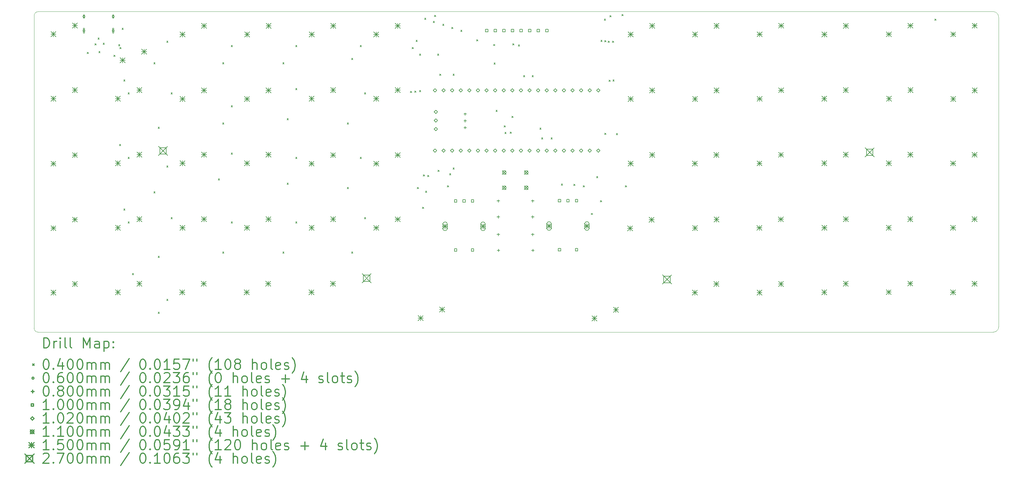
<source format=gbr>
%FSLAX45Y45*%
G04 Gerber Fmt 4.5, Leading zero omitted, Abs format (unit mm)*
G04 Created by KiCad (PCBNEW (5.1.12)-1) date 2022-06-19 17:56:36*
%MOMM*%
%LPD*%
G01*
G04 APERTURE LIST*
%TA.AperFunction,Profile*%
%ADD10C,0.050000*%
%TD*%
%ADD11C,0.200000*%
%ADD12C,0.300000*%
G04 APERTURE END LIST*
D10*
X28333700Y0D02*
G75*
G02*
X28498800Y-165100I0J-165100D01*
G01*
X28498800Y-9309100D02*
G75*
G02*
X28346400Y-9461500I-152400J0D01*
G01*
X114300Y-9461500D02*
G75*
G02*
X0Y-9347200I0J114300D01*
G01*
X0Y-127000D02*
G75*
G02*
X127000Y0I127000J0D01*
G01*
X0Y-127000D02*
X0Y-9347200D01*
X114300Y-9461500D02*
X28346400Y-9461500D01*
X28498800Y-165100D02*
X28498800Y-9309100D01*
X127000Y0D02*
X28333700Y0D01*
D11*
X1567500Y-1199200D02*
X1607500Y-1239200D01*
X1607500Y-1199200D02*
X1567500Y-1239200D01*
X1796100Y-945200D02*
X1836100Y-985200D01*
X1836100Y-945200D02*
X1796100Y-985200D01*
X1885000Y-780100D02*
X1925000Y-820100D01*
X1925000Y-780100D02*
X1885000Y-820100D01*
X1910400Y-1173800D02*
X1950400Y-1213800D01*
X1950400Y-1173800D02*
X1910400Y-1213800D01*
X2037400Y-932500D02*
X2077400Y-972500D01*
X2077400Y-932500D02*
X2037400Y-972500D01*
X2354900Y-1288100D02*
X2394900Y-1328100D01*
X2394900Y-1288100D02*
X2354900Y-1328100D01*
X2494600Y-970600D02*
X2534600Y-1010600D01*
X2534600Y-970600D02*
X2494600Y-1010600D01*
X2520000Y-3917000D02*
X2560000Y-3957000D01*
X2560000Y-3917000D02*
X2520000Y-3957000D01*
X2532700Y-1059500D02*
X2572700Y-1099500D01*
X2572700Y-1059500D02*
X2532700Y-1099500D01*
X2596200Y-488000D02*
X2636200Y-528000D01*
X2636200Y-488000D02*
X2596200Y-528000D01*
X2647000Y-2012000D02*
X2687000Y-2052000D01*
X2687000Y-2012000D02*
X2647000Y-2052000D01*
X2647000Y-5822000D02*
X2687000Y-5862000D01*
X2687000Y-5822000D02*
X2647000Y-5862000D01*
X2774000Y-2393000D02*
X2814000Y-2433000D01*
X2814000Y-2393000D02*
X2774000Y-2433000D01*
X2774000Y-4298000D02*
X2814000Y-4338000D01*
X2814000Y-4298000D02*
X2774000Y-4338000D01*
X2774000Y-6203000D02*
X2814000Y-6243000D01*
X2814000Y-6203000D02*
X2774000Y-6243000D01*
X2901000Y-7727000D02*
X2941000Y-7767000D01*
X2941000Y-7727000D02*
X2901000Y-7767000D01*
X3536000Y-1504000D02*
X3576000Y-1544000D01*
X3576000Y-1504000D02*
X3536000Y-1544000D01*
X3536000Y-5314000D02*
X3576000Y-5354000D01*
X3576000Y-5314000D02*
X3536000Y-5354000D01*
X3663000Y-3409000D02*
X3703000Y-3449000D01*
X3703000Y-3409000D02*
X3663000Y-3449000D01*
X3663000Y-7219000D02*
X3703000Y-7259000D01*
X3703000Y-7219000D02*
X3663000Y-7259000D01*
X3663000Y-8870000D02*
X3703000Y-8910000D01*
X3703000Y-8870000D02*
X3663000Y-8910000D01*
X3917000Y-869000D02*
X3957000Y-909000D01*
X3957000Y-869000D02*
X3917000Y-909000D01*
X3917000Y-4552000D02*
X3957000Y-4592000D01*
X3957000Y-4552000D02*
X3917000Y-4592000D01*
X3917000Y-8489000D02*
X3957000Y-8529000D01*
X3957000Y-8489000D02*
X3917000Y-8529000D01*
X4044000Y-2393000D02*
X4084000Y-2433000D01*
X4084000Y-2393000D02*
X4044000Y-2433000D01*
X4044000Y-6076000D02*
X4084000Y-6116000D01*
X4084000Y-6076000D02*
X4044000Y-6116000D01*
X5441000Y-4933000D02*
X5481000Y-4973000D01*
X5481000Y-4933000D02*
X5441000Y-4973000D01*
X5568000Y-1504000D02*
X5608000Y-1544000D01*
X5608000Y-1504000D02*
X5568000Y-1544000D01*
X5568000Y-3282000D02*
X5608000Y-3322000D01*
X5608000Y-3282000D02*
X5568000Y-3322000D01*
X5568000Y-7092000D02*
X5608000Y-7132000D01*
X5608000Y-7092000D02*
X5568000Y-7132000D01*
X5822000Y-996000D02*
X5862000Y-1036000D01*
X5862000Y-996000D02*
X5822000Y-1036000D01*
X5822000Y-2774000D02*
X5862000Y-2814000D01*
X5862000Y-2774000D02*
X5822000Y-2814000D01*
X5822000Y-4171000D02*
X5862000Y-4211000D01*
X5862000Y-4171000D02*
X5822000Y-4211000D01*
X5822000Y-6203000D02*
X5862000Y-6243000D01*
X5862000Y-6203000D02*
X5822000Y-6243000D01*
X7346000Y-1504000D02*
X7386000Y-1544000D01*
X7386000Y-1504000D02*
X7346000Y-1544000D01*
X7346000Y-7092000D02*
X7386000Y-7132000D01*
X7386000Y-7092000D02*
X7346000Y-7132000D01*
X7473000Y-3155000D02*
X7513000Y-3195000D01*
X7513000Y-3155000D02*
X7473000Y-3195000D01*
X7473000Y-5060000D02*
X7513000Y-5100000D01*
X7513000Y-5060000D02*
X7473000Y-5100000D01*
X7727000Y-996000D02*
X7767000Y-1036000D01*
X7767000Y-996000D02*
X7727000Y-1036000D01*
X7727000Y-2266000D02*
X7767000Y-2306000D01*
X7767000Y-2266000D02*
X7727000Y-2306000D01*
X7727000Y-4298000D02*
X7767000Y-4338000D01*
X7767000Y-4298000D02*
X7727000Y-4338000D01*
X7727000Y-6203000D02*
X7767000Y-6243000D01*
X7767000Y-6203000D02*
X7727000Y-6243000D01*
X9251000Y-3282000D02*
X9291000Y-3322000D01*
X9291000Y-3282000D02*
X9251000Y-3322000D01*
X9251000Y-5187000D02*
X9291000Y-5227000D01*
X9291000Y-5187000D02*
X9251000Y-5227000D01*
X9378000Y-1377000D02*
X9418000Y-1417000D01*
X9418000Y-1377000D02*
X9378000Y-1417000D01*
X9378000Y-7092000D02*
X9418000Y-7132000D01*
X9418000Y-7092000D02*
X9378000Y-7132000D01*
X9632000Y-996000D02*
X9672000Y-1036000D01*
X9672000Y-996000D02*
X9632000Y-1036000D01*
X9632000Y-4298000D02*
X9672000Y-4338000D01*
X9672000Y-4298000D02*
X9632000Y-4338000D01*
X9759000Y-2393000D02*
X9799000Y-2433000D01*
X9799000Y-2393000D02*
X9759000Y-2433000D01*
X9759000Y-6076000D02*
X9799000Y-6116000D01*
X9799000Y-6076000D02*
X9759000Y-6116000D01*
X11117900Y-2354900D02*
X11157900Y-2394900D01*
X11157900Y-2354900D02*
X11117900Y-2394900D01*
X11168700Y-1059500D02*
X11208700Y-1099500D01*
X11208700Y-1059500D02*
X11168700Y-1099500D01*
X11244900Y-2342200D02*
X11284900Y-2382200D01*
X11284900Y-2342200D02*
X11244900Y-2382200D01*
X11283000Y-843600D02*
X11323000Y-883600D01*
X11323000Y-843600D02*
X11283000Y-883600D01*
X11321100Y-5187000D02*
X11361100Y-5227000D01*
X11361100Y-5187000D02*
X11321100Y-5227000D01*
X11384600Y-1250000D02*
X11424600Y-1290000D01*
X11424600Y-1250000D02*
X11384600Y-1290000D01*
X11384600Y-2329500D02*
X11424600Y-2369500D01*
X11424600Y-2329500D02*
X11384600Y-2369500D01*
X11473500Y-5771200D02*
X11513500Y-5811200D01*
X11513500Y-5771200D02*
X11473500Y-5811200D01*
X11498900Y-4818700D02*
X11538900Y-4858700D01*
X11538900Y-4818700D02*
X11498900Y-4858700D01*
X11537000Y-195900D02*
X11577000Y-235900D01*
X11577000Y-195900D02*
X11537000Y-235900D01*
X11562400Y-5301300D02*
X11602400Y-5341300D01*
X11602400Y-5301300D02*
X11562400Y-5341300D01*
X11625900Y-4831400D02*
X11665900Y-4871400D01*
X11665900Y-4831400D02*
X11625900Y-4871400D01*
X11791000Y-284800D02*
X11831000Y-324800D01*
X11831000Y-284800D02*
X11791000Y-324800D01*
X11829100Y-107000D02*
X11869100Y-147000D01*
X11869100Y-107000D02*
X11829100Y-147000D01*
X11918000Y-1250000D02*
X11958000Y-1290000D01*
X11958000Y-1250000D02*
X11918000Y-1290000D01*
X11930700Y-4679000D02*
X11970700Y-4719000D01*
X11970700Y-4679000D02*
X11930700Y-4719000D01*
X11981500Y-1846900D02*
X12021500Y-1886900D01*
X12021500Y-1846900D02*
X11981500Y-1886900D01*
X12070400Y-373700D02*
X12110400Y-413700D01*
X12110400Y-373700D02*
X12070400Y-413700D01*
X12210100Y-5136200D02*
X12250100Y-5176200D01*
X12250100Y-5136200D02*
X12210100Y-5176200D01*
X12273600Y-4780600D02*
X12313600Y-4820600D01*
X12313600Y-4780600D02*
X12273600Y-4820600D01*
X12337100Y-462600D02*
X12377100Y-502600D01*
X12377100Y-462600D02*
X12337100Y-502600D01*
X12375200Y-1846900D02*
X12415200Y-1886900D01*
X12415200Y-1846900D02*
X12375200Y-1886900D01*
X12375200Y-4615500D02*
X12415200Y-4655500D01*
X12415200Y-4615500D02*
X12375200Y-4655500D01*
X12603800Y-551500D02*
X12643800Y-591500D01*
X12643800Y-551500D02*
X12603800Y-591500D01*
X13073700Y-830900D02*
X13113700Y-870900D01*
X13113700Y-830900D02*
X13073700Y-870900D01*
X13574080Y-966790D02*
X13614080Y-1006790D01*
X13614080Y-966790D02*
X13574080Y-1006790D01*
X13585510Y-1512890D02*
X13625510Y-1552890D01*
X13625510Y-1512890D02*
X13585510Y-1552890D01*
X13645200Y-2913700D02*
X13685200Y-2953700D01*
X13685200Y-2913700D02*
X13645200Y-2953700D01*
X13886500Y-3370900D02*
X13926500Y-3410900D01*
X13926500Y-3370900D02*
X13886500Y-3410900D01*
X13908090Y-3562670D02*
X13948090Y-3602670D01*
X13948090Y-3562670D02*
X13908090Y-3602670D01*
X14061760Y-3551240D02*
X14101760Y-3591240D01*
X14101760Y-3551240D02*
X14061760Y-3591240D01*
X14115100Y-3091500D02*
X14155100Y-3131500D01*
X14155100Y-3091500D02*
X14115100Y-3131500D01*
X14140500Y-945200D02*
X14180500Y-985200D01*
X14180500Y-945200D02*
X14140500Y-985200D01*
X14305600Y-983300D02*
X14345600Y-1023300D01*
X14345600Y-983300D02*
X14305600Y-1023300D01*
X14458000Y-1885000D02*
X14498000Y-1925000D01*
X14498000Y-1885000D02*
X14458000Y-1925000D01*
X14712000Y-1885000D02*
X14752000Y-1925000D01*
X14752000Y-1885000D02*
X14712000Y-1925000D01*
X14940600Y-3434400D02*
X14980600Y-3474400D01*
X14980600Y-3434400D02*
X14940600Y-3474400D01*
X14991400Y-3726500D02*
X15031400Y-3766500D01*
X15031400Y-3726500D02*
X14991400Y-3766500D01*
X15270800Y-3726500D02*
X15310800Y-3766500D01*
X15310800Y-3726500D02*
X15270800Y-3766500D01*
X15575600Y-5085400D02*
X15615600Y-5125400D01*
X15615600Y-5085400D02*
X15575600Y-5125400D01*
X15943900Y-5098100D02*
X15983900Y-5138100D01*
X15983900Y-5098100D02*
X15943900Y-5138100D01*
X16223300Y-5136200D02*
X16263300Y-5176200D01*
X16263300Y-5136200D02*
X16223300Y-5176200D01*
X16458470Y-5955570D02*
X16498470Y-5995570D01*
X16498470Y-5955570D02*
X16458470Y-5995570D01*
X16617000Y-4869500D02*
X16657000Y-4909500D01*
X16657000Y-4869500D02*
X16617000Y-4909500D01*
X16731300Y-5575440D02*
X16771300Y-5615440D01*
X16771300Y-5575440D02*
X16731300Y-5615440D01*
X16744000Y-843600D02*
X16784000Y-883600D01*
X16784000Y-843600D02*
X16744000Y-883600D01*
X16845600Y-221300D02*
X16885600Y-261300D01*
X16885600Y-221300D02*
X16845600Y-261300D01*
X16858300Y-856300D02*
X16898300Y-896300D01*
X16898300Y-856300D02*
X16858300Y-896300D01*
X16858300Y-3586800D02*
X16898300Y-3626800D01*
X16898300Y-3586800D02*
X16858300Y-3626800D01*
X16959900Y-869000D02*
X16999900Y-909000D01*
X16999900Y-869000D02*
X16959900Y-909000D01*
X16985300Y-2024700D02*
X17025300Y-2064700D01*
X17025300Y-2024700D02*
X16985300Y-2064700D01*
X17010700Y-119700D02*
X17050700Y-159700D01*
X17050700Y-119700D02*
X17010700Y-159700D01*
X17086900Y-869000D02*
X17126900Y-909000D01*
X17126900Y-869000D02*
X17086900Y-909000D01*
X17099600Y-2012000D02*
X17139600Y-2052000D01*
X17139600Y-2012000D02*
X17099600Y-2052000D01*
X17201200Y-3599500D02*
X17241200Y-3639500D01*
X17241200Y-3599500D02*
X17201200Y-3639500D01*
X17366300Y-81600D02*
X17406300Y-121600D01*
X17406300Y-81600D02*
X17366300Y-121600D01*
X17467900Y-5136200D02*
X17507900Y-5176200D01*
X17507900Y-5136200D02*
X17467900Y-5176200D01*
X26611900Y-221300D02*
X26651900Y-261300D01*
X26651900Y-221300D02*
X26611900Y-261300D01*
X1503000Y-146500D02*
G75*
G03*
X1503000Y-146500I-30000J0D01*
G01*
X1453000Y-116500D02*
X1453000Y-176500D01*
X1493000Y-116500D02*
X1493000Y-176500D01*
X1453000Y-176500D02*
G75*
G03*
X1493000Y-176500I20000J0D01*
G01*
X1493000Y-116500D02*
G75*
G03*
X1453000Y-116500I-20000J0D01*
G01*
X1503000Y-564500D02*
G75*
G03*
X1503000Y-564500I-30000J0D01*
G01*
X1453000Y-509500D02*
X1453000Y-619500D01*
X1493000Y-509500D02*
X1493000Y-619500D01*
X1453000Y-619500D02*
G75*
G03*
X1493000Y-619500I20000J0D01*
G01*
X1493000Y-509500D02*
G75*
G03*
X1453000Y-509500I-20000J0D01*
G01*
X2367000Y-146500D02*
G75*
G03*
X2367000Y-146500I-30000J0D01*
G01*
X2317000Y-116500D02*
X2317000Y-176500D01*
X2357000Y-116500D02*
X2357000Y-176500D01*
X2317000Y-176500D02*
G75*
G03*
X2357000Y-176500I20000J0D01*
G01*
X2357000Y-116500D02*
G75*
G03*
X2317000Y-116500I-20000J0D01*
G01*
X2367000Y-564500D02*
G75*
G03*
X2367000Y-564500I-30000J0D01*
G01*
X2317000Y-509500D02*
X2317000Y-619500D01*
X2357000Y-509500D02*
X2357000Y-619500D01*
X2317000Y-619500D02*
G75*
G03*
X2357000Y-619500I20000J0D01*
G01*
X2357000Y-509500D02*
G75*
G03*
X2317000Y-509500I-20000J0D01*
G01*
X12738100Y-2982600D02*
X12738100Y-3062600D01*
X12698100Y-3022600D02*
X12778100Y-3022600D01*
X12738100Y-3182600D02*
X12738100Y-3262600D01*
X12698100Y-3222600D02*
X12778100Y-3222600D01*
X12738100Y-3382600D02*
X12738100Y-3462600D01*
X12698100Y-3422600D02*
X12778100Y-3422600D01*
X13716000Y-5548000D02*
X13716000Y-5628000D01*
X13676000Y-5588000D02*
X13756000Y-5588000D01*
X13716000Y-6017900D02*
X13716000Y-6097900D01*
X13676000Y-6057900D02*
X13756000Y-6057900D01*
X13716000Y-6538600D02*
X13716000Y-6618600D01*
X13676000Y-6578600D02*
X13756000Y-6578600D01*
X13721200Y-7006300D02*
X13721200Y-7086300D01*
X13681200Y-7046300D02*
X13761200Y-7046300D01*
X14732000Y-5548000D02*
X14732000Y-5628000D01*
X14692000Y-5588000D02*
X14772000Y-5588000D01*
X14732000Y-6017900D02*
X14732000Y-6097900D01*
X14692000Y-6057900D02*
X14772000Y-6057900D01*
X14732000Y-6538600D02*
X14732000Y-6618600D01*
X14692000Y-6578600D02*
X14772000Y-6578600D01*
X14737200Y-7006300D02*
X14737200Y-7086300D01*
X14697200Y-7046300D02*
X14777200Y-7046300D01*
X12489356Y-5623356D02*
X12489356Y-5552644D01*
X12418644Y-5552644D01*
X12418644Y-5623356D01*
X12489356Y-5623356D01*
X12489356Y-7073356D02*
X12489356Y-7002644D01*
X12418644Y-7002644D01*
X12418644Y-7073356D01*
X12489356Y-7073356D01*
X12739356Y-5623356D02*
X12739356Y-5552644D01*
X12668644Y-5552644D01*
X12668644Y-5623356D01*
X12739356Y-5623356D01*
X12989356Y-5623356D02*
X12989356Y-5552644D01*
X12918644Y-5552644D01*
X12918644Y-5623356D01*
X12989356Y-5623356D01*
X12989356Y-7073356D02*
X12989356Y-7002644D01*
X12918644Y-7002644D01*
X12918644Y-7073356D01*
X12989356Y-7073356D01*
X13408456Y-594156D02*
X13408456Y-523444D01*
X13337744Y-523444D01*
X13337744Y-594156D01*
X13408456Y-594156D01*
X13662456Y-594156D02*
X13662456Y-523444D01*
X13591744Y-523444D01*
X13591744Y-594156D01*
X13662456Y-594156D01*
X13916456Y-594156D02*
X13916456Y-523444D01*
X13845744Y-523444D01*
X13845744Y-594156D01*
X13916456Y-594156D01*
X14170456Y-594156D02*
X14170456Y-523444D01*
X14099744Y-523444D01*
X14099744Y-594156D01*
X14170456Y-594156D01*
X14424456Y-594156D02*
X14424456Y-523444D01*
X14353744Y-523444D01*
X14353744Y-594156D01*
X14424456Y-594156D01*
X14678456Y-594156D02*
X14678456Y-523444D01*
X14607744Y-523444D01*
X14607744Y-594156D01*
X14678456Y-594156D01*
X14932456Y-594156D02*
X14932456Y-523444D01*
X14861744Y-523444D01*
X14861744Y-594156D01*
X14932456Y-594156D01*
X15186456Y-594156D02*
X15186456Y-523444D01*
X15115744Y-523444D01*
X15115744Y-594156D01*
X15186456Y-594156D01*
X15560724Y-5615228D02*
X15560724Y-5544516D01*
X15490012Y-5544516D01*
X15490012Y-5615228D01*
X15560724Y-5615228D01*
X15560724Y-7065228D02*
X15560724Y-6994516D01*
X15490012Y-6994516D01*
X15490012Y-7065228D01*
X15560724Y-7065228D01*
X15810724Y-5615228D02*
X15810724Y-5544516D01*
X15740012Y-5544516D01*
X15740012Y-5615228D01*
X15810724Y-5615228D01*
X16060724Y-5615228D02*
X16060724Y-5544516D01*
X15990012Y-5544516D01*
X15990012Y-5615228D01*
X16060724Y-5615228D01*
X16060724Y-7065228D02*
X16060724Y-6994516D01*
X15990012Y-6994516D01*
X15990012Y-7065228D01*
X16060724Y-7065228D01*
X11849100Y-2375100D02*
X11900100Y-2324100D01*
X11849100Y-2273100D01*
X11798100Y-2324100D01*
X11849100Y-2375100D01*
X11849100Y-4153100D02*
X11900100Y-4102100D01*
X11849100Y-4051100D01*
X11798100Y-4102100D01*
X11849100Y-4153100D01*
X11872100Y-3010100D02*
X11923100Y-2959100D01*
X11872100Y-2908100D01*
X11821100Y-2959100D01*
X11872100Y-3010100D01*
X11872100Y-3264100D02*
X11923100Y-3213100D01*
X11872100Y-3162100D01*
X11821100Y-3213100D01*
X11872100Y-3264100D01*
X11872100Y-3518100D02*
X11923100Y-3467100D01*
X11872100Y-3416100D01*
X11821100Y-3467100D01*
X11872100Y-3518100D01*
X12103100Y-2375100D02*
X12154100Y-2324100D01*
X12103100Y-2273100D01*
X12052100Y-2324100D01*
X12103100Y-2375100D01*
X12103100Y-4153100D02*
X12154100Y-4102100D01*
X12103100Y-4051100D01*
X12052100Y-4102100D01*
X12103100Y-4153100D01*
X12357100Y-2375100D02*
X12408100Y-2324100D01*
X12357100Y-2273100D01*
X12306100Y-2324100D01*
X12357100Y-2375100D01*
X12357100Y-4153100D02*
X12408100Y-4102100D01*
X12357100Y-4051100D01*
X12306100Y-4102100D01*
X12357100Y-4153100D01*
X12611100Y-2375100D02*
X12662100Y-2324100D01*
X12611100Y-2273100D01*
X12560100Y-2324100D01*
X12611100Y-2375100D01*
X12611100Y-4153100D02*
X12662100Y-4102100D01*
X12611100Y-4051100D01*
X12560100Y-4102100D01*
X12611100Y-4153100D01*
X12865100Y-2375100D02*
X12916100Y-2324100D01*
X12865100Y-2273100D01*
X12814100Y-2324100D01*
X12865100Y-2375100D01*
X12865100Y-4153100D02*
X12916100Y-4102100D01*
X12865100Y-4051100D01*
X12814100Y-4102100D01*
X12865100Y-4153100D01*
X13119100Y-2375100D02*
X13170100Y-2324100D01*
X13119100Y-2273100D01*
X13068100Y-2324100D01*
X13119100Y-2375100D01*
X13119100Y-4153100D02*
X13170100Y-4102100D01*
X13119100Y-4051100D01*
X13068100Y-4102100D01*
X13119100Y-4153100D01*
X13373100Y-2375100D02*
X13424100Y-2324100D01*
X13373100Y-2273100D01*
X13322100Y-2324100D01*
X13373100Y-2375100D01*
X13373100Y-4153100D02*
X13424100Y-4102100D01*
X13373100Y-4051100D01*
X13322100Y-4102100D01*
X13373100Y-4153100D01*
X13627100Y-2375100D02*
X13678100Y-2324100D01*
X13627100Y-2273100D01*
X13576100Y-2324100D01*
X13627100Y-2375100D01*
X13627100Y-4153100D02*
X13678100Y-4102100D01*
X13627100Y-4051100D01*
X13576100Y-4102100D01*
X13627100Y-4153100D01*
X13881100Y-2375100D02*
X13932100Y-2324100D01*
X13881100Y-2273100D01*
X13830100Y-2324100D01*
X13881100Y-2375100D01*
X13881100Y-4153100D02*
X13932100Y-4102100D01*
X13881100Y-4051100D01*
X13830100Y-4102100D01*
X13881100Y-4153100D01*
X14135100Y-2375100D02*
X14186100Y-2324100D01*
X14135100Y-2273100D01*
X14084100Y-2324100D01*
X14135100Y-2375100D01*
X14135100Y-4153100D02*
X14186100Y-4102100D01*
X14135100Y-4051100D01*
X14084100Y-4102100D01*
X14135100Y-4153100D01*
X14389100Y-2375100D02*
X14440100Y-2324100D01*
X14389100Y-2273100D01*
X14338100Y-2324100D01*
X14389100Y-2375100D01*
X14389100Y-4153100D02*
X14440100Y-4102100D01*
X14389100Y-4051100D01*
X14338100Y-4102100D01*
X14389100Y-4153100D01*
X14643100Y-2375100D02*
X14694100Y-2324100D01*
X14643100Y-2273100D01*
X14592100Y-2324100D01*
X14643100Y-2375100D01*
X14643100Y-4153100D02*
X14694100Y-4102100D01*
X14643100Y-4051100D01*
X14592100Y-4102100D01*
X14643100Y-4153100D01*
X14897100Y-2375100D02*
X14948100Y-2324100D01*
X14897100Y-2273100D01*
X14846100Y-2324100D01*
X14897100Y-2375100D01*
X14897100Y-4153100D02*
X14948100Y-4102100D01*
X14897100Y-4051100D01*
X14846100Y-4102100D01*
X14897100Y-4153100D01*
X15151100Y-2375100D02*
X15202100Y-2324100D01*
X15151100Y-2273100D01*
X15100100Y-2324100D01*
X15151100Y-2375100D01*
X15151100Y-4153100D02*
X15202100Y-4102100D01*
X15151100Y-4051100D01*
X15100100Y-4102100D01*
X15151100Y-4153100D01*
X15405100Y-2375100D02*
X15456100Y-2324100D01*
X15405100Y-2273100D01*
X15354100Y-2324100D01*
X15405100Y-2375100D01*
X15405100Y-4153100D02*
X15456100Y-4102100D01*
X15405100Y-4051100D01*
X15354100Y-4102100D01*
X15405100Y-4153100D01*
X15659100Y-2375100D02*
X15710100Y-2324100D01*
X15659100Y-2273100D01*
X15608100Y-2324100D01*
X15659100Y-2375100D01*
X15659100Y-4153100D02*
X15710100Y-4102100D01*
X15659100Y-4051100D01*
X15608100Y-4102100D01*
X15659100Y-4153100D01*
X15913100Y-2375100D02*
X15964100Y-2324100D01*
X15913100Y-2273100D01*
X15862100Y-2324100D01*
X15913100Y-2375100D01*
X15913100Y-4153100D02*
X15964100Y-4102100D01*
X15913100Y-4051100D01*
X15862100Y-4102100D01*
X15913100Y-4153100D01*
X16167100Y-2375100D02*
X16218100Y-2324100D01*
X16167100Y-2273100D01*
X16116100Y-2324100D01*
X16167100Y-2375100D01*
X16167100Y-4153100D02*
X16218100Y-4102100D01*
X16167100Y-4051100D01*
X16116100Y-4102100D01*
X16167100Y-4153100D01*
X16421100Y-2375100D02*
X16472100Y-2324100D01*
X16421100Y-2273100D01*
X16370100Y-2324100D01*
X16421100Y-2375100D01*
X16421100Y-4153100D02*
X16472100Y-4102100D01*
X16421100Y-4051100D01*
X16370100Y-4102100D01*
X16421100Y-4153100D01*
X16675100Y-2375100D02*
X16726100Y-2324100D01*
X16675100Y-2273100D01*
X16624100Y-2324100D01*
X16675100Y-2375100D01*
X16675100Y-4153100D02*
X16726100Y-4102100D01*
X16675100Y-4051100D01*
X16624100Y-4102100D01*
X16675100Y-4153100D01*
X13838800Y-4694800D02*
X13948800Y-4804800D01*
X13948800Y-4694800D02*
X13838800Y-4804800D01*
X13948800Y-4749800D02*
G75*
G03*
X13948800Y-4749800I-55000J0D01*
G01*
X13838800Y-5144800D02*
X13948800Y-5254800D01*
X13948800Y-5144800D02*
X13838800Y-5254800D01*
X13948800Y-5199800D02*
G75*
G03*
X13948800Y-5199800I-55000J0D01*
G01*
X14488800Y-4694800D02*
X14598800Y-4804800D01*
X14598800Y-4694800D02*
X14488800Y-4804800D01*
X14598800Y-4749800D02*
G75*
G03*
X14598800Y-4749800I-55000J0D01*
G01*
X14488800Y-5144800D02*
X14598800Y-5254800D01*
X14598800Y-5144800D02*
X14488800Y-5254800D01*
X14598800Y-5199800D02*
G75*
G03*
X14598800Y-5199800I-55000J0D01*
G01*
X496500Y-590988D02*
X646500Y-740988D01*
X646500Y-590988D02*
X496500Y-740988D01*
X571500Y-590988D02*
X571500Y-740988D01*
X496500Y-665988D02*
X646500Y-665988D01*
X496500Y-2495988D02*
X646500Y-2645988D01*
X646500Y-2495988D02*
X496500Y-2645988D01*
X571500Y-2495988D02*
X571500Y-2645988D01*
X496500Y-2570988D02*
X646500Y-2570988D01*
X496500Y-4414704D02*
X646500Y-4564704D01*
X646500Y-4414704D02*
X496500Y-4564704D01*
X571500Y-4414704D02*
X571500Y-4564704D01*
X496500Y-4489704D02*
X646500Y-4489704D01*
X496500Y-6317672D02*
X646500Y-6467672D01*
X646500Y-6317672D02*
X496500Y-6467672D01*
X571500Y-6317672D02*
X571500Y-6467672D01*
X496500Y-6392672D02*
X646500Y-6392672D01*
X496500Y-8222164D02*
X646500Y-8372164D01*
X646500Y-8222164D02*
X496500Y-8372164D01*
X571500Y-8222164D02*
X571500Y-8372164D01*
X496500Y-8297164D02*
X646500Y-8297164D01*
X1131500Y-336988D02*
X1281500Y-486988D01*
X1281500Y-336988D02*
X1131500Y-486988D01*
X1206500Y-336988D02*
X1206500Y-486988D01*
X1131500Y-411988D02*
X1281500Y-411988D01*
X1131500Y-2241988D02*
X1281500Y-2391988D01*
X1281500Y-2241988D02*
X1131500Y-2391988D01*
X1206500Y-2241988D02*
X1206500Y-2391988D01*
X1131500Y-2316988D02*
X1281500Y-2316988D01*
X1131500Y-4160704D02*
X1281500Y-4310704D01*
X1281500Y-4160704D02*
X1131500Y-4310704D01*
X1206500Y-4160704D02*
X1206500Y-4310704D01*
X1131500Y-4235704D02*
X1281500Y-4235704D01*
X1131500Y-6063672D02*
X1281500Y-6213672D01*
X1281500Y-6063672D02*
X1131500Y-6213672D01*
X1206500Y-6063672D02*
X1206500Y-6213672D01*
X1131500Y-6138672D02*
X1281500Y-6138672D01*
X1131500Y-7968164D02*
X1281500Y-8118164D01*
X1281500Y-7968164D02*
X1131500Y-8118164D01*
X1206500Y-7968164D02*
X1206500Y-8118164D01*
X1131500Y-8043164D02*
X1281500Y-8043164D01*
X2401500Y-2495988D02*
X2551500Y-2645988D01*
X2551500Y-2495988D02*
X2401500Y-2645988D01*
X2476500Y-2495988D02*
X2476500Y-2645988D01*
X2401500Y-2570988D02*
X2551500Y-2570988D01*
X2401500Y-4400988D02*
X2551500Y-4550988D01*
X2551500Y-4400988D02*
X2401500Y-4550988D01*
X2476500Y-4400988D02*
X2476500Y-4550988D01*
X2401500Y-4475988D02*
X2551500Y-4475988D01*
X2401500Y-6305988D02*
X2551500Y-6455988D01*
X2551500Y-6305988D02*
X2401500Y-6455988D01*
X2476500Y-6305988D02*
X2476500Y-6455988D01*
X2401500Y-6380988D02*
X2551500Y-6380988D01*
X2401500Y-8210988D02*
X2551500Y-8360988D01*
X2551500Y-8210988D02*
X2401500Y-8360988D01*
X2476500Y-8210988D02*
X2476500Y-8360988D01*
X2401500Y-8285988D02*
X2551500Y-8285988D01*
X2541200Y-1360100D02*
X2691200Y-1510100D01*
X2691200Y-1360100D02*
X2541200Y-1510100D01*
X2616200Y-1360100D02*
X2616200Y-1510100D01*
X2541200Y-1435100D02*
X2691200Y-1435100D01*
X3036500Y-2241988D02*
X3186500Y-2391988D01*
X3186500Y-2241988D02*
X3036500Y-2391988D01*
X3111500Y-2241988D02*
X3111500Y-2391988D01*
X3036500Y-2316988D02*
X3186500Y-2316988D01*
X3036500Y-4146988D02*
X3186500Y-4296988D01*
X3186500Y-4146988D02*
X3036500Y-4296988D01*
X3111500Y-4146988D02*
X3111500Y-4296988D01*
X3036500Y-4221988D02*
X3186500Y-4221988D01*
X3036500Y-6051988D02*
X3186500Y-6201988D01*
X3186500Y-6051988D02*
X3036500Y-6201988D01*
X3111500Y-6051988D02*
X3111500Y-6201988D01*
X3036500Y-6126988D02*
X3186500Y-6126988D01*
X3036500Y-7956988D02*
X3186500Y-8106988D01*
X3186500Y-7956988D02*
X3036500Y-8106988D01*
X3111500Y-7956988D02*
X3111500Y-8106988D01*
X3036500Y-8031988D02*
X3186500Y-8031988D01*
X3176200Y-1106100D02*
X3326200Y-1256100D01*
X3326200Y-1106100D02*
X3176200Y-1256100D01*
X3251200Y-1106100D02*
X3251200Y-1256100D01*
X3176200Y-1181100D02*
X3326200Y-1181100D01*
X4300912Y-8209464D02*
X4450912Y-8359464D01*
X4450912Y-8209464D02*
X4300912Y-8359464D01*
X4375912Y-8209464D02*
X4375912Y-8359464D01*
X4300912Y-8284464D02*
X4450912Y-8284464D01*
X4310564Y-4403020D02*
X4460564Y-4553020D01*
X4460564Y-4403020D02*
X4310564Y-4553020D01*
X4385564Y-4403020D02*
X4385564Y-4553020D01*
X4310564Y-4478020D02*
X4460564Y-4478020D01*
X4310564Y-6307004D02*
X4460564Y-6457004D01*
X4460564Y-6307004D02*
X4310564Y-6457004D01*
X4385564Y-6307004D02*
X4385564Y-6457004D01*
X4310564Y-6382004D02*
X4460564Y-6382004D01*
X4311580Y-598100D02*
X4461580Y-748100D01*
X4461580Y-598100D02*
X4311580Y-748100D01*
X4386580Y-598100D02*
X4386580Y-748100D01*
X4311580Y-673100D02*
X4461580Y-673100D01*
X4311580Y-2502084D02*
X4461580Y-2652084D01*
X4461580Y-2502084D02*
X4311580Y-2652084D01*
X4386580Y-2502084D02*
X4386580Y-2652084D01*
X4311580Y-2577084D02*
X4461580Y-2577084D01*
X4935912Y-7955464D02*
X5085912Y-8105464D01*
X5085912Y-7955464D02*
X4935912Y-8105464D01*
X5010912Y-7955464D02*
X5010912Y-8105464D01*
X4935912Y-8030464D02*
X5085912Y-8030464D01*
X4945564Y-4149020D02*
X5095564Y-4299020D01*
X5095564Y-4149020D02*
X4945564Y-4299020D01*
X5020564Y-4149020D02*
X5020564Y-4299020D01*
X4945564Y-4224020D02*
X5095564Y-4224020D01*
X4945564Y-6053004D02*
X5095564Y-6203004D01*
X5095564Y-6053004D02*
X4945564Y-6203004D01*
X5020564Y-6053004D02*
X5020564Y-6203004D01*
X4945564Y-6128004D02*
X5095564Y-6128004D01*
X4946580Y-344100D02*
X5096580Y-494100D01*
X5096580Y-344100D02*
X4946580Y-494100D01*
X5021580Y-344100D02*
X5021580Y-494100D01*
X4946580Y-419100D02*
X5096580Y-419100D01*
X4946580Y-2248084D02*
X5096580Y-2398084D01*
X5096580Y-2248084D02*
X4946580Y-2398084D01*
X5021580Y-2248084D02*
X5021580Y-2398084D01*
X4946580Y-2323084D02*
X5096580Y-2323084D01*
X6210484Y-8209464D02*
X6360484Y-8359464D01*
X6360484Y-8209464D02*
X6210484Y-8359464D01*
X6285484Y-8209464D02*
X6285484Y-8359464D01*
X6210484Y-8284464D02*
X6360484Y-8284464D01*
X6216072Y-2502084D02*
X6366072Y-2652084D01*
X6366072Y-2502084D02*
X6216072Y-2652084D01*
X6291072Y-2502084D02*
X6291072Y-2652084D01*
X6216072Y-2577084D02*
X6366072Y-2577084D01*
X6216072Y-4400988D02*
X6366072Y-4550988D01*
X6366072Y-4400988D02*
X6216072Y-4550988D01*
X6291072Y-4400988D02*
X6291072Y-4550988D01*
X6216072Y-4475988D02*
X6366072Y-4475988D01*
X6216072Y-6304972D02*
X6366072Y-6454972D01*
X6366072Y-6304972D02*
X6216072Y-6454972D01*
X6291072Y-6304972D02*
X6291072Y-6454972D01*
X6216072Y-6379972D02*
X6366072Y-6379972D01*
X6220136Y-600132D02*
X6370136Y-750132D01*
X6370136Y-600132D02*
X6220136Y-750132D01*
X6295136Y-600132D02*
X6295136Y-750132D01*
X6220136Y-675132D02*
X6370136Y-675132D01*
X6845484Y-7955464D02*
X6995484Y-8105464D01*
X6995484Y-7955464D02*
X6845484Y-8105464D01*
X6920484Y-7955464D02*
X6920484Y-8105464D01*
X6845484Y-8030464D02*
X6995484Y-8030464D01*
X6851072Y-2248084D02*
X7001072Y-2398084D01*
X7001072Y-2248084D02*
X6851072Y-2398084D01*
X6926072Y-2248084D02*
X6926072Y-2398084D01*
X6851072Y-2323084D02*
X7001072Y-2323084D01*
X6851072Y-4146988D02*
X7001072Y-4296988D01*
X7001072Y-4146988D02*
X6851072Y-4296988D01*
X6926072Y-4146988D02*
X6926072Y-4296988D01*
X6851072Y-4221988D02*
X7001072Y-4221988D01*
X6851072Y-6050972D02*
X7001072Y-6200972D01*
X7001072Y-6050972D02*
X6851072Y-6200972D01*
X6926072Y-6050972D02*
X6926072Y-6200972D01*
X6851072Y-6125972D02*
X7001072Y-6125972D01*
X6855136Y-346132D02*
X7005136Y-496132D01*
X7005136Y-346132D02*
X6855136Y-496132D01*
X6930136Y-346132D02*
X6930136Y-496132D01*
X6855136Y-421132D02*
X7005136Y-421132D01*
X8121072Y-8210988D02*
X8271072Y-8360988D01*
X8271072Y-8210988D02*
X8121072Y-8360988D01*
X8196072Y-8210988D02*
X8196072Y-8360988D01*
X8121072Y-8285988D02*
X8271072Y-8285988D01*
X8124628Y-2498528D02*
X8274628Y-2648528D01*
X8274628Y-2498528D02*
X8124628Y-2648528D01*
X8199628Y-2498528D02*
X8199628Y-2648528D01*
X8124628Y-2573528D02*
X8274628Y-2573528D01*
X8124628Y-4413688D02*
X8274628Y-4563688D01*
X8274628Y-4413688D02*
X8124628Y-4563688D01*
X8199628Y-4413688D02*
X8199628Y-4563688D01*
X8124628Y-4488688D02*
X8274628Y-4488688D01*
X8125644Y-6304972D02*
X8275644Y-6454972D01*
X8275644Y-6304972D02*
X8125644Y-6454972D01*
X8200644Y-6304972D02*
X8200644Y-6454972D01*
X8125644Y-6379972D02*
X8275644Y-6379972D01*
X8128184Y-596576D02*
X8278184Y-746576D01*
X8278184Y-596576D02*
X8128184Y-746576D01*
X8203184Y-596576D02*
X8203184Y-746576D01*
X8128184Y-671576D02*
X8278184Y-671576D01*
X8756072Y-7956988D02*
X8906072Y-8106988D01*
X8906072Y-7956988D02*
X8756072Y-8106988D01*
X8831072Y-7956988D02*
X8831072Y-8106988D01*
X8756072Y-8031988D02*
X8906072Y-8031988D01*
X8759628Y-2244528D02*
X8909628Y-2394528D01*
X8909628Y-2244528D02*
X8759628Y-2394528D01*
X8834628Y-2244528D02*
X8834628Y-2394528D01*
X8759628Y-2319528D02*
X8909628Y-2319528D01*
X8759628Y-4159688D02*
X8909628Y-4309688D01*
X8909628Y-4159688D02*
X8759628Y-4309688D01*
X8834628Y-4159688D02*
X8834628Y-4309688D01*
X8759628Y-4234688D02*
X8909628Y-4234688D01*
X8760644Y-6050972D02*
X8910644Y-6200972D01*
X8910644Y-6050972D02*
X8760644Y-6200972D01*
X8835644Y-6050972D02*
X8835644Y-6200972D01*
X8760644Y-6125972D02*
X8910644Y-6125972D01*
X8763184Y-342576D02*
X8913184Y-492576D01*
X8913184Y-342576D02*
X8763184Y-492576D01*
X8838184Y-342576D02*
X8838184Y-492576D01*
X8763184Y-417576D02*
X8913184Y-417576D01*
X10034200Y-600132D02*
X10184200Y-750132D01*
X10184200Y-600132D02*
X10034200Y-750132D01*
X10109200Y-600132D02*
X10109200Y-750132D01*
X10034200Y-675132D02*
X10184200Y-675132D01*
X10034200Y-2498528D02*
X10184200Y-2648528D01*
X10184200Y-2498528D02*
X10034200Y-2648528D01*
X10109200Y-2498528D02*
X10109200Y-2648528D01*
X10034200Y-2573528D02*
X10184200Y-2573528D01*
X10034200Y-4413688D02*
X10184200Y-4563688D01*
X10184200Y-4413688D02*
X10034200Y-4563688D01*
X10109200Y-4413688D02*
X10109200Y-4563688D01*
X10034200Y-4488688D02*
X10184200Y-4488688D01*
X10035216Y-6310052D02*
X10185216Y-6460052D01*
X10185216Y-6310052D02*
X10035216Y-6460052D01*
X10110216Y-6310052D02*
X10110216Y-6460052D01*
X10035216Y-6385052D02*
X10185216Y-6385052D01*
X10669200Y-346132D02*
X10819200Y-496132D01*
X10819200Y-346132D02*
X10669200Y-496132D01*
X10744200Y-346132D02*
X10744200Y-496132D01*
X10669200Y-421132D02*
X10819200Y-421132D01*
X10669200Y-2244528D02*
X10819200Y-2394528D01*
X10819200Y-2244528D02*
X10669200Y-2394528D01*
X10744200Y-2244528D02*
X10744200Y-2394528D01*
X10669200Y-2319528D02*
X10819200Y-2319528D01*
X10669200Y-4159688D02*
X10819200Y-4309688D01*
X10819200Y-4159688D02*
X10669200Y-4309688D01*
X10744200Y-4159688D02*
X10744200Y-4309688D01*
X10669200Y-4234688D02*
X10819200Y-4234688D01*
X10670216Y-6056052D02*
X10820216Y-6206052D01*
X10820216Y-6056052D02*
X10670216Y-6206052D01*
X10745216Y-6056052D02*
X10745216Y-6206052D01*
X10670216Y-6131052D02*
X10820216Y-6131052D01*
X11348396Y-8970448D02*
X11498396Y-9120448D01*
X11498396Y-8970448D02*
X11348396Y-9120448D01*
X11423396Y-8970448D02*
X11423396Y-9120448D01*
X11348396Y-9045448D02*
X11498396Y-9045448D01*
X11983396Y-8716448D02*
X12133396Y-8866448D01*
X12133396Y-8716448D02*
X11983396Y-8866448D01*
X12058396Y-8716448D02*
X12058396Y-8866448D01*
X11983396Y-8791448D02*
X12133396Y-8791448D01*
X12069000Y-6263000D02*
X12219000Y-6413000D01*
X12219000Y-6263000D02*
X12069000Y-6413000D01*
X12144000Y-6263000D02*
X12144000Y-6413000D01*
X12069000Y-6338000D02*
X12219000Y-6338000D01*
X12079000Y-6273000D02*
X12079000Y-6403000D01*
X12209000Y-6273000D02*
X12209000Y-6403000D01*
X12079000Y-6403000D02*
G75*
G03*
X12209000Y-6403000I65000J0D01*
G01*
X12209000Y-6273000D02*
G75*
G03*
X12079000Y-6273000I-65000J0D01*
G01*
X13189000Y-6263000D02*
X13339000Y-6413000D01*
X13339000Y-6263000D02*
X13189000Y-6413000D01*
X13264000Y-6263000D02*
X13264000Y-6413000D01*
X13189000Y-6338000D02*
X13339000Y-6338000D01*
X13199000Y-6273000D02*
X13199000Y-6403000D01*
X13329000Y-6273000D02*
X13329000Y-6403000D01*
X13199000Y-6403000D02*
G75*
G03*
X13329000Y-6403000I65000J0D01*
G01*
X13329000Y-6273000D02*
G75*
G03*
X13199000Y-6273000I-65000J0D01*
G01*
X15140368Y-6254872D02*
X15290368Y-6404872D01*
X15290368Y-6254872D02*
X15140368Y-6404872D01*
X15215368Y-6254872D02*
X15215368Y-6404872D01*
X15140368Y-6329872D02*
X15290368Y-6329872D01*
X15150368Y-6264872D02*
X15150368Y-6394872D01*
X15280368Y-6264872D02*
X15280368Y-6394872D01*
X15150368Y-6394872D02*
G75*
G03*
X15280368Y-6394872I65000J0D01*
G01*
X15280368Y-6264872D02*
G75*
G03*
X15150368Y-6264872I-65000J0D01*
G01*
X16260368Y-6254872D02*
X16410368Y-6404872D01*
X16410368Y-6254872D02*
X16260368Y-6404872D01*
X16335368Y-6254872D02*
X16335368Y-6404872D01*
X16260368Y-6329872D02*
X16410368Y-6329872D01*
X16270368Y-6264872D02*
X16270368Y-6394872D01*
X16400368Y-6264872D02*
X16400368Y-6394872D01*
X16270368Y-6394872D02*
G75*
G03*
X16400368Y-6394872I65000J0D01*
G01*
X16400368Y-6264872D02*
G75*
G03*
X16270368Y-6264872I-65000J0D01*
G01*
X16481736Y-8980100D02*
X16631736Y-9130100D01*
X16631736Y-8980100D02*
X16481736Y-9130100D01*
X16556736Y-8980100D02*
X16556736Y-9130100D01*
X16481736Y-9055100D02*
X16631736Y-9055100D01*
X17116736Y-8726100D02*
X17266736Y-8876100D01*
X17266736Y-8726100D02*
X17116736Y-8876100D01*
X17191736Y-8726100D02*
X17191736Y-8876100D01*
X17116736Y-8801100D02*
X17266736Y-8801100D01*
X17538884Y-6322752D02*
X17688884Y-6472752D01*
X17688884Y-6322752D02*
X17538884Y-6472752D01*
X17613884Y-6322752D02*
X17613884Y-6472752D01*
X17538884Y-6397752D02*
X17688884Y-6397752D01*
X17551584Y-601656D02*
X17701584Y-751656D01*
X17701584Y-601656D02*
X17551584Y-751656D01*
X17626584Y-601656D02*
X17626584Y-751656D01*
X17551584Y-676656D02*
X17701584Y-676656D01*
X17553616Y-2506148D02*
X17703616Y-2656148D01*
X17703616Y-2506148D02*
X17553616Y-2656148D01*
X17628616Y-2506148D02*
X17628616Y-2656148D01*
X17553616Y-2581148D02*
X17703616Y-2581148D01*
X17553616Y-4411148D02*
X17703616Y-4561148D01*
X17703616Y-4411148D02*
X17553616Y-4561148D01*
X17628616Y-4411148D02*
X17628616Y-4561148D01*
X17553616Y-4486148D02*
X17703616Y-4486148D01*
X18173884Y-6068752D02*
X18323884Y-6218752D01*
X18323884Y-6068752D02*
X18173884Y-6218752D01*
X18248884Y-6068752D02*
X18248884Y-6218752D01*
X18173884Y-6143752D02*
X18323884Y-6143752D01*
X18186584Y-347656D02*
X18336584Y-497656D01*
X18336584Y-347656D02*
X18186584Y-497656D01*
X18261584Y-347656D02*
X18261584Y-497656D01*
X18186584Y-422656D02*
X18336584Y-422656D01*
X18188616Y-2252148D02*
X18338616Y-2402148D01*
X18338616Y-2252148D02*
X18188616Y-2402148D01*
X18263616Y-2252148D02*
X18263616Y-2402148D01*
X18188616Y-2327148D02*
X18338616Y-2327148D01*
X18188616Y-4157148D02*
X18338616Y-4307148D01*
X18338616Y-4157148D02*
X18188616Y-4307148D01*
X18263616Y-4157148D02*
X18263616Y-4307148D01*
X18188616Y-4232148D02*
X18338616Y-4232148D01*
X19452012Y-4410132D02*
X19602012Y-4560132D01*
X19602012Y-4410132D02*
X19452012Y-4560132D01*
X19527012Y-4410132D02*
X19527012Y-4560132D01*
X19452012Y-4485132D02*
X19602012Y-4485132D01*
X19452012Y-8218608D02*
X19602012Y-8368608D01*
X19602012Y-8218608D02*
X19452012Y-8368608D01*
X19527012Y-8218608D02*
X19527012Y-8368608D01*
X19452012Y-8293608D02*
X19602012Y-8293608D01*
X19453028Y-6315640D02*
X19603028Y-6465640D01*
X19603028Y-6315640D02*
X19453028Y-6465640D01*
X19528028Y-6315640D02*
X19528028Y-6465640D01*
X19453028Y-6390640D02*
X19603028Y-6390640D01*
X19454552Y-600132D02*
X19604552Y-750132D01*
X19604552Y-600132D02*
X19454552Y-750132D01*
X19529552Y-600132D02*
X19529552Y-750132D01*
X19454552Y-675132D02*
X19604552Y-675132D01*
X19454552Y-2505640D02*
X19604552Y-2655640D01*
X19604552Y-2505640D02*
X19454552Y-2655640D01*
X19529552Y-2505640D02*
X19529552Y-2655640D01*
X19454552Y-2580640D02*
X19604552Y-2580640D01*
X20087012Y-4156132D02*
X20237012Y-4306132D01*
X20237012Y-4156132D02*
X20087012Y-4306132D01*
X20162012Y-4156132D02*
X20162012Y-4306132D01*
X20087012Y-4231132D02*
X20237012Y-4231132D01*
X20087012Y-7964608D02*
X20237012Y-8114608D01*
X20237012Y-7964608D02*
X20087012Y-8114608D01*
X20162012Y-7964608D02*
X20162012Y-8114608D01*
X20087012Y-8039608D02*
X20237012Y-8039608D01*
X20088028Y-6061640D02*
X20238028Y-6211640D01*
X20238028Y-6061640D02*
X20088028Y-6211640D01*
X20163028Y-6061640D02*
X20163028Y-6211640D01*
X20088028Y-6136640D02*
X20238028Y-6136640D01*
X20089552Y-346132D02*
X20239552Y-496132D01*
X20239552Y-346132D02*
X20089552Y-496132D01*
X20164552Y-346132D02*
X20164552Y-496132D01*
X20089552Y-421132D02*
X20239552Y-421132D01*
X20089552Y-2251640D02*
X20239552Y-2401640D01*
X20239552Y-2251640D02*
X20089552Y-2401640D01*
X20164552Y-2251640D02*
X20164552Y-2401640D01*
X20089552Y-2326640D02*
X20239552Y-2326640D01*
X21356504Y-6310052D02*
X21506504Y-6460052D01*
X21506504Y-6310052D02*
X21356504Y-6460052D01*
X21431504Y-6310052D02*
X21431504Y-6460052D01*
X21356504Y-6385052D02*
X21506504Y-6385052D01*
X21358028Y-4405560D02*
X21508028Y-4555560D01*
X21508028Y-4405560D02*
X21358028Y-4555560D01*
X21433028Y-4405560D02*
X21433028Y-4555560D01*
X21358028Y-4480560D02*
X21508028Y-4480560D01*
X21359552Y-8219624D02*
X21509552Y-8369624D01*
X21509552Y-8219624D02*
X21359552Y-8369624D01*
X21434552Y-8219624D02*
X21434552Y-8369624D01*
X21359552Y-8294624D02*
X21509552Y-8294624D01*
X21361076Y-2500560D02*
X21511076Y-2650560D01*
X21511076Y-2500560D02*
X21361076Y-2650560D01*
X21436076Y-2500560D02*
X21436076Y-2650560D01*
X21361076Y-2575560D02*
X21511076Y-2575560D01*
X21361584Y-596068D02*
X21511584Y-746068D01*
X21511584Y-596068D02*
X21361584Y-746068D01*
X21436584Y-596068D02*
X21436584Y-746068D01*
X21361584Y-671068D02*
X21511584Y-671068D01*
X21991504Y-6056052D02*
X22141504Y-6206052D01*
X22141504Y-6056052D02*
X21991504Y-6206052D01*
X22066504Y-6056052D02*
X22066504Y-6206052D01*
X21991504Y-6131052D02*
X22141504Y-6131052D01*
X21993028Y-4151560D02*
X22143028Y-4301560D01*
X22143028Y-4151560D02*
X21993028Y-4301560D01*
X22068028Y-4151560D02*
X22068028Y-4301560D01*
X21993028Y-4226560D02*
X22143028Y-4226560D01*
X21994552Y-7965624D02*
X22144552Y-8115624D01*
X22144552Y-7965624D02*
X21994552Y-8115624D01*
X22069552Y-7965624D02*
X22069552Y-8115624D01*
X21994552Y-8040624D02*
X22144552Y-8040624D01*
X21996076Y-2246560D02*
X22146076Y-2396560D01*
X22146076Y-2246560D02*
X21996076Y-2396560D01*
X22071076Y-2246560D02*
X22071076Y-2396560D01*
X21996076Y-2321560D02*
X22146076Y-2321560D01*
X21996584Y-342068D02*
X22146584Y-492068D01*
X22146584Y-342068D02*
X21996584Y-492068D01*
X22071584Y-342068D02*
X22071584Y-492068D01*
X21996584Y-417068D02*
X22146584Y-417068D01*
X23273188Y-2495480D02*
X23423188Y-2645480D01*
X23423188Y-2495480D02*
X23273188Y-2645480D01*
X23348188Y-2495480D02*
X23348188Y-2645480D01*
X23273188Y-2570480D02*
X23423188Y-2570480D01*
X23273188Y-4402004D02*
X23423188Y-4552004D01*
X23423188Y-4402004D02*
X23273188Y-4552004D01*
X23348188Y-4402004D02*
X23348188Y-4552004D01*
X23273188Y-4477004D02*
X23423188Y-4477004D01*
X23273188Y-8208448D02*
X23423188Y-8358448D01*
X23423188Y-8208448D02*
X23273188Y-8358448D01*
X23348188Y-8208448D02*
X23348188Y-8358448D01*
X23273188Y-8283448D02*
X23423188Y-8283448D01*
X23274204Y-597084D02*
X23424204Y-747084D01*
X23424204Y-597084D02*
X23274204Y-747084D01*
X23349204Y-597084D02*
X23349204Y-747084D01*
X23274204Y-672084D02*
X23424204Y-672084D01*
X23275220Y-6306496D02*
X23425220Y-6456496D01*
X23425220Y-6306496D02*
X23275220Y-6456496D01*
X23350220Y-6306496D02*
X23350220Y-6456496D01*
X23275220Y-6381496D02*
X23425220Y-6381496D01*
X23908188Y-2241480D02*
X24058188Y-2391480D01*
X24058188Y-2241480D02*
X23908188Y-2391480D01*
X23983188Y-2241480D02*
X23983188Y-2391480D01*
X23908188Y-2316480D02*
X24058188Y-2316480D01*
X23908188Y-4148004D02*
X24058188Y-4298004D01*
X24058188Y-4148004D02*
X23908188Y-4298004D01*
X23983188Y-4148004D02*
X23983188Y-4298004D01*
X23908188Y-4223004D02*
X24058188Y-4223004D01*
X23908188Y-7954448D02*
X24058188Y-8104448D01*
X24058188Y-7954448D02*
X23908188Y-8104448D01*
X23983188Y-7954448D02*
X23983188Y-8104448D01*
X23908188Y-8029448D02*
X24058188Y-8029448D01*
X23909204Y-343084D02*
X24059204Y-493084D01*
X24059204Y-343084D02*
X23909204Y-493084D01*
X23984204Y-343084D02*
X23984204Y-493084D01*
X23909204Y-418084D02*
X24059204Y-418084D01*
X23910220Y-6052496D02*
X24060220Y-6202496D01*
X24060220Y-6052496D02*
X23910220Y-6202496D01*
X23985220Y-6052496D02*
X23985220Y-6202496D01*
X23910220Y-6127496D02*
X24060220Y-6127496D01*
X25177172Y-6304972D02*
X25327172Y-6454972D01*
X25327172Y-6304972D02*
X25177172Y-6454972D01*
X25252172Y-6304972D02*
X25252172Y-6454972D01*
X25177172Y-6379972D02*
X25327172Y-6379972D01*
X25177172Y-8206416D02*
X25327172Y-8356416D01*
X25327172Y-8206416D02*
X25177172Y-8356416D01*
X25252172Y-8206416D02*
X25252172Y-8356416D01*
X25177172Y-8281416D02*
X25327172Y-8281416D01*
X25180220Y-4403528D02*
X25330220Y-4553528D01*
X25330220Y-4403528D02*
X25180220Y-4553528D01*
X25255220Y-4403528D02*
X25255220Y-4553528D01*
X25180220Y-4478528D02*
X25330220Y-4478528D01*
X25183268Y-594544D02*
X25333268Y-744544D01*
X25333268Y-594544D02*
X25183268Y-744544D01*
X25258268Y-594544D02*
X25258268Y-744544D01*
X25183268Y-669544D02*
X25333268Y-669544D01*
X25184792Y-2497004D02*
X25334792Y-2647004D01*
X25334792Y-2497004D02*
X25184792Y-2647004D01*
X25259792Y-2497004D02*
X25259792Y-2647004D01*
X25184792Y-2572004D02*
X25334792Y-2572004D01*
X25812172Y-6050972D02*
X25962172Y-6200972D01*
X25962172Y-6050972D02*
X25812172Y-6200972D01*
X25887172Y-6050972D02*
X25887172Y-6200972D01*
X25812172Y-6125972D02*
X25962172Y-6125972D01*
X25812172Y-7952416D02*
X25962172Y-8102416D01*
X25962172Y-7952416D02*
X25812172Y-8102416D01*
X25887172Y-7952416D02*
X25887172Y-8102416D01*
X25812172Y-8027416D02*
X25962172Y-8027416D01*
X25815220Y-4149528D02*
X25965220Y-4299528D01*
X25965220Y-4149528D02*
X25815220Y-4299528D01*
X25890220Y-4149528D02*
X25890220Y-4299528D01*
X25815220Y-4224528D02*
X25965220Y-4224528D01*
X25818268Y-340544D02*
X25968268Y-490544D01*
X25968268Y-340544D02*
X25818268Y-490544D01*
X25893268Y-340544D02*
X25893268Y-490544D01*
X25818268Y-415544D02*
X25968268Y-415544D01*
X25819792Y-2243004D02*
X25969792Y-2393004D01*
X25969792Y-2243004D02*
X25819792Y-2393004D01*
X25894792Y-2243004D02*
X25894792Y-2393004D01*
X25819792Y-2318004D02*
X25969792Y-2318004D01*
X27079632Y-4405560D02*
X27229632Y-4555560D01*
X27229632Y-4405560D02*
X27079632Y-4555560D01*
X27154632Y-4405560D02*
X27154632Y-4555560D01*
X27079632Y-4480560D02*
X27229632Y-4480560D01*
X27079632Y-6307004D02*
X27229632Y-6457004D01*
X27229632Y-6307004D02*
X27079632Y-6457004D01*
X27154632Y-6307004D02*
X27154632Y-6457004D01*
X27079632Y-6382004D02*
X27229632Y-6382004D01*
X27079632Y-8208448D02*
X27229632Y-8358448D01*
X27229632Y-8208448D02*
X27079632Y-8358448D01*
X27154632Y-8208448D02*
X27154632Y-8358448D01*
X27079632Y-8283448D02*
X27229632Y-8283448D01*
X27081156Y-2502592D02*
X27231156Y-2652592D01*
X27231156Y-2502592D02*
X27081156Y-2652592D01*
X27156156Y-2502592D02*
X27156156Y-2652592D01*
X27081156Y-2577592D02*
X27231156Y-2577592D01*
X27081664Y-595052D02*
X27231664Y-745052D01*
X27231664Y-595052D02*
X27081664Y-745052D01*
X27156664Y-595052D02*
X27156664Y-745052D01*
X27081664Y-670052D02*
X27231664Y-670052D01*
X27714632Y-4151560D02*
X27864632Y-4301560D01*
X27864632Y-4151560D02*
X27714632Y-4301560D01*
X27789632Y-4151560D02*
X27789632Y-4301560D01*
X27714632Y-4226560D02*
X27864632Y-4226560D01*
X27714632Y-6053004D02*
X27864632Y-6203004D01*
X27864632Y-6053004D02*
X27714632Y-6203004D01*
X27789632Y-6053004D02*
X27789632Y-6203004D01*
X27714632Y-6128004D02*
X27864632Y-6128004D01*
X27714632Y-7954448D02*
X27864632Y-8104448D01*
X27864632Y-7954448D02*
X27714632Y-8104448D01*
X27789632Y-7954448D02*
X27789632Y-8104448D01*
X27714632Y-8029448D02*
X27864632Y-8029448D01*
X27716156Y-2248592D02*
X27866156Y-2398592D01*
X27866156Y-2248592D02*
X27716156Y-2398592D01*
X27791156Y-2248592D02*
X27791156Y-2398592D01*
X27716156Y-2323592D02*
X27866156Y-2323592D01*
X27716664Y-341052D02*
X27866664Y-491052D01*
X27866664Y-341052D02*
X27716664Y-491052D01*
X27791664Y-341052D02*
X27791664Y-491052D01*
X27716664Y-416052D02*
X27866664Y-416052D01*
X3675000Y-3977260D02*
X3945000Y-4247260D01*
X3945000Y-3977260D02*
X3675000Y-4247260D01*
X3905460Y-4207720D02*
X3905460Y-4016800D01*
X3714540Y-4016800D01*
X3714540Y-4207720D01*
X3905460Y-4207720D01*
X9690990Y-7735190D02*
X9960990Y-8005190D01*
X9960990Y-7735190D02*
X9690990Y-8005190D01*
X9921450Y-7965650D02*
X9921450Y-7774730D01*
X9730530Y-7774730D01*
X9730530Y-7965650D01*
X9921450Y-7965650D01*
X18565750Y-7772020D02*
X18835750Y-8042020D01*
X18835750Y-7772020D02*
X18565750Y-8042020D01*
X18796210Y-8002480D02*
X18796210Y-7811560D01*
X18605290Y-7811560D01*
X18605290Y-8002480D01*
X18796210Y-8002480D01*
X24555070Y-4020440D02*
X24825070Y-4290440D01*
X24825070Y-4020440D02*
X24555070Y-4290440D01*
X24785530Y-4250900D02*
X24785530Y-4059980D01*
X24594610Y-4059980D01*
X24594610Y-4250900D01*
X24785530Y-4250900D01*
D12*
X283928Y-9929714D02*
X283928Y-9629714D01*
X355357Y-9629714D01*
X398214Y-9644000D01*
X426786Y-9672572D01*
X441071Y-9701143D01*
X455357Y-9758286D01*
X455357Y-9801143D01*
X441071Y-9858286D01*
X426786Y-9886857D01*
X398214Y-9915429D01*
X355357Y-9929714D01*
X283928Y-9929714D01*
X583928Y-9929714D02*
X583928Y-9729714D01*
X583928Y-9786857D02*
X598214Y-9758286D01*
X612500Y-9744000D01*
X641071Y-9729714D01*
X669643Y-9729714D01*
X769643Y-9929714D02*
X769643Y-9729714D01*
X769643Y-9629714D02*
X755357Y-9644000D01*
X769643Y-9658286D01*
X783928Y-9644000D01*
X769643Y-9629714D01*
X769643Y-9658286D01*
X955357Y-9929714D02*
X926786Y-9915429D01*
X912500Y-9886857D01*
X912500Y-9629714D01*
X1112500Y-9929714D02*
X1083928Y-9915429D01*
X1069643Y-9886857D01*
X1069643Y-9629714D01*
X1455357Y-9929714D02*
X1455357Y-9629714D01*
X1555357Y-9844000D01*
X1655357Y-9629714D01*
X1655357Y-9929714D01*
X1926786Y-9929714D02*
X1926786Y-9772572D01*
X1912500Y-9744000D01*
X1883928Y-9729714D01*
X1826786Y-9729714D01*
X1798214Y-9744000D01*
X1926786Y-9915429D02*
X1898214Y-9929714D01*
X1826786Y-9929714D01*
X1798214Y-9915429D01*
X1783928Y-9886857D01*
X1783928Y-9858286D01*
X1798214Y-9829714D01*
X1826786Y-9815429D01*
X1898214Y-9815429D01*
X1926786Y-9801143D01*
X2069643Y-9729714D02*
X2069643Y-10029714D01*
X2069643Y-9744000D02*
X2098214Y-9729714D01*
X2155357Y-9729714D01*
X2183928Y-9744000D01*
X2198214Y-9758286D01*
X2212500Y-9786857D01*
X2212500Y-9872572D01*
X2198214Y-9901143D01*
X2183928Y-9915429D01*
X2155357Y-9929714D01*
X2098214Y-9929714D01*
X2069643Y-9915429D01*
X2341071Y-9901143D02*
X2355357Y-9915429D01*
X2341071Y-9929714D01*
X2326786Y-9915429D01*
X2341071Y-9901143D01*
X2341071Y-9929714D01*
X2341071Y-9744000D02*
X2355357Y-9758286D01*
X2341071Y-9772572D01*
X2326786Y-9758286D01*
X2341071Y-9744000D01*
X2341071Y-9772572D01*
X-42500Y-10404000D02*
X-2500Y-10444000D01*
X-2500Y-10404000D02*
X-42500Y-10444000D01*
X341071Y-10259714D02*
X369643Y-10259714D01*
X398214Y-10274000D01*
X412500Y-10288286D01*
X426786Y-10316857D01*
X441071Y-10374000D01*
X441071Y-10445429D01*
X426786Y-10502572D01*
X412500Y-10531143D01*
X398214Y-10545429D01*
X369643Y-10559714D01*
X341071Y-10559714D01*
X312500Y-10545429D01*
X298214Y-10531143D01*
X283928Y-10502572D01*
X269643Y-10445429D01*
X269643Y-10374000D01*
X283928Y-10316857D01*
X298214Y-10288286D01*
X312500Y-10274000D01*
X341071Y-10259714D01*
X569643Y-10531143D02*
X583928Y-10545429D01*
X569643Y-10559714D01*
X555357Y-10545429D01*
X569643Y-10531143D01*
X569643Y-10559714D01*
X841071Y-10359714D02*
X841071Y-10559714D01*
X769643Y-10245429D02*
X698214Y-10459714D01*
X883928Y-10459714D01*
X1055357Y-10259714D02*
X1083928Y-10259714D01*
X1112500Y-10274000D01*
X1126786Y-10288286D01*
X1141071Y-10316857D01*
X1155357Y-10374000D01*
X1155357Y-10445429D01*
X1141071Y-10502572D01*
X1126786Y-10531143D01*
X1112500Y-10545429D01*
X1083928Y-10559714D01*
X1055357Y-10559714D01*
X1026786Y-10545429D01*
X1012500Y-10531143D01*
X998214Y-10502572D01*
X983928Y-10445429D01*
X983928Y-10374000D01*
X998214Y-10316857D01*
X1012500Y-10288286D01*
X1026786Y-10274000D01*
X1055357Y-10259714D01*
X1341071Y-10259714D02*
X1369643Y-10259714D01*
X1398214Y-10274000D01*
X1412500Y-10288286D01*
X1426786Y-10316857D01*
X1441071Y-10374000D01*
X1441071Y-10445429D01*
X1426786Y-10502572D01*
X1412500Y-10531143D01*
X1398214Y-10545429D01*
X1369643Y-10559714D01*
X1341071Y-10559714D01*
X1312500Y-10545429D01*
X1298214Y-10531143D01*
X1283928Y-10502572D01*
X1269643Y-10445429D01*
X1269643Y-10374000D01*
X1283928Y-10316857D01*
X1298214Y-10288286D01*
X1312500Y-10274000D01*
X1341071Y-10259714D01*
X1569643Y-10559714D02*
X1569643Y-10359714D01*
X1569643Y-10388286D02*
X1583928Y-10374000D01*
X1612500Y-10359714D01*
X1655357Y-10359714D01*
X1683928Y-10374000D01*
X1698214Y-10402572D01*
X1698214Y-10559714D01*
X1698214Y-10402572D02*
X1712500Y-10374000D01*
X1741071Y-10359714D01*
X1783928Y-10359714D01*
X1812500Y-10374000D01*
X1826786Y-10402572D01*
X1826786Y-10559714D01*
X1969643Y-10559714D02*
X1969643Y-10359714D01*
X1969643Y-10388286D02*
X1983928Y-10374000D01*
X2012500Y-10359714D01*
X2055357Y-10359714D01*
X2083928Y-10374000D01*
X2098214Y-10402572D01*
X2098214Y-10559714D01*
X2098214Y-10402572D02*
X2112500Y-10374000D01*
X2141071Y-10359714D01*
X2183928Y-10359714D01*
X2212500Y-10374000D01*
X2226786Y-10402572D01*
X2226786Y-10559714D01*
X2812500Y-10245429D02*
X2555357Y-10631143D01*
X3198214Y-10259714D02*
X3226786Y-10259714D01*
X3255357Y-10274000D01*
X3269643Y-10288286D01*
X3283928Y-10316857D01*
X3298214Y-10374000D01*
X3298214Y-10445429D01*
X3283928Y-10502572D01*
X3269643Y-10531143D01*
X3255357Y-10545429D01*
X3226786Y-10559714D01*
X3198214Y-10559714D01*
X3169643Y-10545429D01*
X3155357Y-10531143D01*
X3141071Y-10502572D01*
X3126786Y-10445429D01*
X3126786Y-10374000D01*
X3141071Y-10316857D01*
X3155357Y-10288286D01*
X3169643Y-10274000D01*
X3198214Y-10259714D01*
X3426786Y-10531143D02*
X3441071Y-10545429D01*
X3426786Y-10559714D01*
X3412500Y-10545429D01*
X3426786Y-10531143D01*
X3426786Y-10559714D01*
X3626786Y-10259714D02*
X3655357Y-10259714D01*
X3683928Y-10274000D01*
X3698214Y-10288286D01*
X3712500Y-10316857D01*
X3726786Y-10374000D01*
X3726786Y-10445429D01*
X3712500Y-10502572D01*
X3698214Y-10531143D01*
X3683928Y-10545429D01*
X3655357Y-10559714D01*
X3626786Y-10559714D01*
X3598214Y-10545429D01*
X3583928Y-10531143D01*
X3569643Y-10502572D01*
X3555357Y-10445429D01*
X3555357Y-10374000D01*
X3569643Y-10316857D01*
X3583928Y-10288286D01*
X3598214Y-10274000D01*
X3626786Y-10259714D01*
X4012500Y-10559714D02*
X3841071Y-10559714D01*
X3926786Y-10559714D02*
X3926786Y-10259714D01*
X3898214Y-10302572D01*
X3869643Y-10331143D01*
X3841071Y-10345429D01*
X4283928Y-10259714D02*
X4141071Y-10259714D01*
X4126786Y-10402572D01*
X4141071Y-10388286D01*
X4169643Y-10374000D01*
X4241071Y-10374000D01*
X4269643Y-10388286D01*
X4283928Y-10402572D01*
X4298214Y-10431143D01*
X4298214Y-10502572D01*
X4283928Y-10531143D01*
X4269643Y-10545429D01*
X4241071Y-10559714D01*
X4169643Y-10559714D01*
X4141071Y-10545429D01*
X4126786Y-10531143D01*
X4398214Y-10259714D02*
X4598214Y-10259714D01*
X4469643Y-10559714D01*
X4698214Y-10259714D02*
X4698214Y-10316857D01*
X4812500Y-10259714D02*
X4812500Y-10316857D01*
X5255357Y-10674000D02*
X5241071Y-10659714D01*
X5212500Y-10616857D01*
X5198214Y-10588286D01*
X5183928Y-10545429D01*
X5169643Y-10474000D01*
X5169643Y-10416857D01*
X5183928Y-10345429D01*
X5198214Y-10302572D01*
X5212500Y-10274000D01*
X5241071Y-10231143D01*
X5255357Y-10216857D01*
X5526786Y-10559714D02*
X5355357Y-10559714D01*
X5441071Y-10559714D02*
X5441071Y-10259714D01*
X5412500Y-10302572D01*
X5383928Y-10331143D01*
X5355357Y-10345429D01*
X5712500Y-10259714D02*
X5741071Y-10259714D01*
X5769643Y-10274000D01*
X5783928Y-10288286D01*
X5798214Y-10316857D01*
X5812500Y-10374000D01*
X5812500Y-10445429D01*
X5798214Y-10502572D01*
X5783928Y-10531143D01*
X5769643Y-10545429D01*
X5741071Y-10559714D01*
X5712500Y-10559714D01*
X5683928Y-10545429D01*
X5669643Y-10531143D01*
X5655357Y-10502572D01*
X5641071Y-10445429D01*
X5641071Y-10374000D01*
X5655357Y-10316857D01*
X5669643Y-10288286D01*
X5683928Y-10274000D01*
X5712500Y-10259714D01*
X5983928Y-10388286D02*
X5955357Y-10374000D01*
X5941071Y-10359714D01*
X5926786Y-10331143D01*
X5926786Y-10316857D01*
X5941071Y-10288286D01*
X5955357Y-10274000D01*
X5983928Y-10259714D01*
X6041071Y-10259714D01*
X6069643Y-10274000D01*
X6083928Y-10288286D01*
X6098214Y-10316857D01*
X6098214Y-10331143D01*
X6083928Y-10359714D01*
X6069643Y-10374000D01*
X6041071Y-10388286D01*
X5983928Y-10388286D01*
X5955357Y-10402572D01*
X5941071Y-10416857D01*
X5926786Y-10445429D01*
X5926786Y-10502572D01*
X5941071Y-10531143D01*
X5955357Y-10545429D01*
X5983928Y-10559714D01*
X6041071Y-10559714D01*
X6069643Y-10545429D01*
X6083928Y-10531143D01*
X6098214Y-10502572D01*
X6098214Y-10445429D01*
X6083928Y-10416857D01*
X6069643Y-10402572D01*
X6041071Y-10388286D01*
X6455357Y-10559714D02*
X6455357Y-10259714D01*
X6583928Y-10559714D02*
X6583928Y-10402572D01*
X6569643Y-10374000D01*
X6541071Y-10359714D01*
X6498214Y-10359714D01*
X6469643Y-10374000D01*
X6455357Y-10388286D01*
X6769643Y-10559714D02*
X6741071Y-10545429D01*
X6726786Y-10531143D01*
X6712500Y-10502572D01*
X6712500Y-10416857D01*
X6726786Y-10388286D01*
X6741071Y-10374000D01*
X6769643Y-10359714D01*
X6812500Y-10359714D01*
X6841071Y-10374000D01*
X6855357Y-10388286D01*
X6869643Y-10416857D01*
X6869643Y-10502572D01*
X6855357Y-10531143D01*
X6841071Y-10545429D01*
X6812500Y-10559714D01*
X6769643Y-10559714D01*
X7041071Y-10559714D02*
X7012500Y-10545429D01*
X6998214Y-10516857D01*
X6998214Y-10259714D01*
X7269643Y-10545429D02*
X7241071Y-10559714D01*
X7183928Y-10559714D01*
X7155357Y-10545429D01*
X7141071Y-10516857D01*
X7141071Y-10402572D01*
X7155357Y-10374000D01*
X7183928Y-10359714D01*
X7241071Y-10359714D01*
X7269643Y-10374000D01*
X7283928Y-10402572D01*
X7283928Y-10431143D01*
X7141071Y-10459714D01*
X7398214Y-10545429D02*
X7426786Y-10559714D01*
X7483928Y-10559714D01*
X7512500Y-10545429D01*
X7526786Y-10516857D01*
X7526786Y-10502572D01*
X7512500Y-10474000D01*
X7483928Y-10459714D01*
X7441071Y-10459714D01*
X7412500Y-10445429D01*
X7398214Y-10416857D01*
X7398214Y-10402572D01*
X7412500Y-10374000D01*
X7441071Y-10359714D01*
X7483928Y-10359714D01*
X7512500Y-10374000D01*
X7626786Y-10674000D02*
X7641071Y-10659714D01*
X7669643Y-10616857D01*
X7683928Y-10588286D01*
X7698214Y-10545429D01*
X7712500Y-10474000D01*
X7712500Y-10416857D01*
X7698214Y-10345429D01*
X7683928Y-10302572D01*
X7669643Y-10274000D01*
X7641071Y-10231143D01*
X7626786Y-10216857D01*
X-2500Y-10820000D02*
G75*
G03*
X-2500Y-10820000I-30000J0D01*
G01*
X341071Y-10655714D02*
X369643Y-10655714D01*
X398214Y-10670000D01*
X412500Y-10684286D01*
X426786Y-10712857D01*
X441071Y-10770000D01*
X441071Y-10841429D01*
X426786Y-10898572D01*
X412500Y-10927143D01*
X398214Y-10941429D01*
X369643Y-10955714D01*
X341071Y-10955714D01*
X312500Y-10941429D01*
X298214Y-10927143D01*
X283928Y-10898572D01*
X269643Y-10841429D01*
X269643Y-10770000D01*
X283928Y-10712857D01*
X298214Y-10684286D01*
X312500Y-10670000D01*
X341071Y-10655714D01*
X569643Y-10927143D02*
X583928Y-10941429D01*
X569643Y-10955714D01*
X555357Y-10941429D01*
X569643Y-10927143D01*
X569643Y-10955714D01*
X841071Y-10655714D02*
X783928Y-10655714D01*
X755357Y-10670000D01*
X741071Y-10684286D01*
X712500Y-10727143D01*
X698214Y-10784286D01*
X698214Y-10898572D01*
X712500Y-10927143D01*
X726786Y-10941429D01*
X755357Y-10955714D01*
X812500Y-10955714D01*
X841071Y-10941429D01*
X855357Y-10927143D01*
X869643Y-10898572D01*
X869643Y-10827143D01*
X855357Y-10798572D01*
X841071Y-10784286D01*
X812500Y-10770000D01*
X755357Y-10770000D01*
X726786Y-10784286D01*
X712500Y-10798572D01*
X698214Y-10827143D01*
X1055357Y-10655714D02*
X1083928Y-10655714D01*
X1112500Y-10670000D01*
X1126786Y-10684286D01*
X1141071Y-10712857D01*
X1155357Y-10770000D01*
X1155357Y-10841429D01*
X1141071Y-10898572D01*
X1126786Y-10927143D01*
X1112500Y-10941429D01*
X1083928Y-10955714D01*
X1055357Y-10955714D01*
X1026786Y-10941429D01*
X1012500Y-10927143D01*
X998214Y-10898572D01*
X983928Y-10841429D01*
X983928Y-10770000D01*
X998214Y-10712857D01*
X1012500Y-10684286D01*
X1026786Y-10670000D01*
X1055357Y-10655714D01*
X1341071Y-10655714D02*
X1369643Y-10655714D01*
X1398214Y-10670000D01*
X1412500Y-10684286D01*
X1426786Y-10712857D01*
X1441071Y-10770000D01*
X1441071Y-10841429D01*
X1426786Y-10898572D01*
X1412500Y-10927143D01*
X1398214Y-10941429D01*
X1369643Y-10955714D01*
X1341071Y-10955714D01*
X1312500Y-10941429D01*
X1298214Y-10927143D01*
X1283928Y-10898572D01*
X1269643Y-10841429D01*
X1269643Y-10770000D01*
X1283928Y-10712857D01*
X1298214Y-10684286D01*
X1312500Y-10670000D01*
X1341071Y-10655714D01*
X1569643Y-10955714D02*
X1569643Y-10755714D01*
X1569643Y-10784286D02*
X1583928Y-10770000D01*
X1612500Y-10755714D01*
X1655357Y-10755714D01*
X1683928Y-10770000D01*
X1698214Y-10798572D01*
X1698214Y-10955714D01*
X1698214Y-10798572D02*
X1712500Y-10770000D01*
X1741071Y-10755714D01*
X1783928Y-10755714D01*
X1812500Y-10770000D01*
X1826786Y-10798572D01*
X1826786Y-10955714D01*
X1969643Y-10955714D02*
X1969643Y-10755714D01*
X1969643Y-10784286D02*
X1983928Y-10770000D01*
X2012500Y-10755714D01*
X2055357Y-10755714D01*
X2083928Y-10770000D01*
X2098214Y-10798572D01*
X2098214Y-10955714D01*
X2098214Y-10798572D02*
X2112500Y-10770000D01*
X2141071Y-10755714D01*
X2183928Y-10755714D01*
X2212500Y-10770000D01*
X2226786Y-10798572D01*
X2226786Y-10955714D01*
X2812500Y-10641429D02*
X2555357Y-11027143D01*
X3198214Y-10655714D02*
X3226786Y-10655714D01*
X3255357Y-10670000D01*
X3269643Y-10684286D01*
X3283928Y-10712857D01*
X3298214Y-10770000D01*
X3298214Y-10841429D01*
X3283928Y-10898572D01*
X3269643Y-10927143D01*
X3255357Y-10941429D01*
X3226786Y-10955714D01*
X3198214Y-10955714D01*
X3169643Y-10941429D01*
X3155357Y-10927143D01*
X3141071Y-10898572D01*
X3126786Y-10841429D01*
X3126786Y-10770000D01*
X3141071Y-10712857D01*
X3155357Y-10684286D01*
X3169643Y-10670000D01*
X3198214Y-10655714D01*
X3426786Y-10927143D02*
X3441071Y-10941429D01*
X3426786Y-10955714D01*
X3412500Y-10941429D01*
X3426786Y-10927143D01*
X3426786Y-10955714D01*
X3626786Y-10655714D02*
X3655357Y-10655714D01*
X3683928Y-10670000D01*
X3698214Y-10684286D01*
X3712500Y-10712857D01*
X3726786Y-10770000D01*
X3726786Y-10841429D01*
X3712500Y-10898572D01*
X3698214Y-10927143D01*
X3683928Y-10941429D01*
X3655357Y-10955714D01*
X3626786Y-10955714D01*
X3598214Y-10941429D01*
X3583928Y-10927143D01*
X3569643Y-10898572D01*
X3555357Y-10841429D01*
X3555357Y-10770000D01*
X3569643Y-10712857D01*
X3583928Y-10684286D01*
X3598214Y-10670000D01*
X3626786Y-10655714D01*
X3841071Y-10684286D02*
X3855357Y-10670000D01*
X3883928Y-10655714D01*
X3955357Y-10655714D01*
X3983928Y-10670000D01*
X3998214Y-10684286D01*
X4012500Y-10712857D01*
X4012500Y-10741429D01*
X3998214Y-10784286D01*
X3826786Y-10955714D01*
X4012500Y-10955714D01*
X4112500Y-10655714D02*
X4298214Y-10655714D01*
X4198214Y-10770000D01*
X4241071Y-10770000D01*
X4269643Y-10784286D01*
X4283928Y-10798572D01*
X4298214Y-10827143D01*
X4298214Y-10898572D01*
X4283928Y-10927143D01*
X4269643Y-10941429D01*
X4241071Y-10955714D01*
X4155357Y-10955714D01*
X4126786Y-10941429D01*
X4112500Y-10927143D01*
X4555357Y-10655714D02*
X4498214Y-10655714D01*
X4469643Y-10670000D01*
X4455357Y-10684286D01*
X4426786Y-10727143D01*
X4412500Y-10784286D01*
X4412500Y-10898572D01*
X4426786Y-10927143D01*
X4441071Y-10941429D01*
X4469643Y-10955714D01*
X4526786Y-10955714D01*
X4555357Y-10941429D01*
X4569643Y-10927143D01*
X4583928Y-10898572D01*
X4583928Y-10827143D01*
X4569643Y-10798572D01*
X4555357Y-10784286D01*
X4526786Y-10770000D01*
X4469643Y-10770000D01*
X4441071Y-10784286D01*
X4426786Y-10798572D01*
X4412500Y-10827143D01*
X4698214Y-10655714D02*
X4698214Y-10712857D01*
X4812500Y-10655714D02*
X4812500Y-10712857D01*
X5255357Y-11070000D02*
X5241071Y-11055714D01*
X5212500Y-11012857D01*
X5198214Y-10984286D01*
X5183928Y-10941429D01*
X5169643Y-10870000D01*
X5169643Y-10812857D01*
X5183928Y-10741429D01*
X5198214Y-10698572D01*
X5212500Y-10670000D01*
X5241071Y-10627143D01*
X5255357Y-10612857D01*
X5426786Y-10655714D02*
X5455357Y-10655714D01*
X5483928Y-10670000D01*
X5498214Y-10684286D01*
X5512500Y-10712857D01*
X5526786Y-10770000D01*
X5526786Y-10841429D01*
X5512500Y-10898572D01*
X5498214Y-10927143D01*
X5483928Y-10941429D01*
X5455357Y-10955714D01*
X5426786Y-10955714D01*
X5398214Y-10941429D01*
X5383928Y-10927143D01*
X5369643Y-10898572D01*
X5355357Y-10841429D01*
X5355357Y-10770000D01*
X5369643Y-10712857D01*
X5383928Y-10684286D01*
X5398214Y-10670000D01*
X5426786Y-10655714D01*
X5883928Y-10955714D02*
X5883928Y-10655714D01*
X6012500Y-10955714D02*
X6012500Y-10798572D01*
X5998214Y-10770000D01*
X5969643Y-10755714D01*
X5926786Y-10755714D01*
X5898214Y-10770000D01*
X5883928Y-10784286D01*
X6198214Y-10955714D02*
X6169643Y-10941429D01*
X6155357Y-10927143D01*
X6141071Y-10898572D01*
X6141071Y-10812857D01*
X6155357Y-10784286D01*
X6169643Y-10770000D01*
X6198214Y-10755714D01*
X6241071Y-10755714D01*
X6269643Y-10770000D01*
X6283928Y-10784286D01*
X6298214Y-10812857D01*
X6298214Y-10898572D01*
X6283928Y-10927143D01*
X6269643Y-10941429D01*
X6241071Y-10955714D01*
X6198214Y-10955714D01*
X6469643Y-10955714D02*
X6441071Y-10941429D01*
X6426786Y-10912857D01*
X6426786Y-10655714D01*
X6698214Y-10941429D02*
X6669643Y-10955714D01*
X6612500Y-10955714D01*
X6583928Y-10941429D01*
X6569643Y-10912857D01*
X6569643Y-10798572D01*
X6583928Y-10770000D01*
X6612500Y-10755714D01*
X6669643Y-10755714D01*
X6698214Y-10770000D01*
X6712500Y-10798572D01*
X6712500Y-10827143D01*
X6569643Y-10855714D01*
X6826786Y-10941429D02*
X6855357Y-10955714D01*
X6912500Y-10955714D01*
X6941071Y-10941429D01*
X6955357Y-10912857D01*
X6955357Y-10898572D01*
X6941071Y-10870000D01*
X6912500Y-10855714D01*
X6869643Y-10855714D01*
X6841071Y-10841429D01*
X6826786Y-10812857D01*
X6826786Y-10798572D01*
X6841071Y-10770000D01*
X6869643Y-10755714D01*
X6912500Y-10755714D01*
X6941071Y-10770000D01*
X7312500Y-10841429D02*
X7541071Y-10841429D01*
X7426786Y-10955714D02*
X7426786Y-10727143D01*
X8041071Y-10755714D02*
X8041071Y-10955714D01*
X7969643Y-10641429D02*
X7898214Y-10855714D01*
X8083928Y-10855714D01*
X8412500Y-10941429D02*
X8441071Y-10955714D01*
X8498214Y-10955714D01*
X8526786Y-10941429D01*
X8541071Y-10912857D01*
X8541071Y-10898572D01*
X8526786Y-10870000D01*
X8498214Y-10855714D01*
X8455357Y-10855714D01*
X8426786Y-10841429D01*
X8412500Y-10812857D01*
X8412500Y-10798572D01*
X8426786Y-10770000D01*
X8455357Y-10755714D01*
X8498214Y-10755714D01*
X8526786Y-10770000D01*
X8712500Y-10955714D02*
X8683928Y-10941429D01*
X8669643Y-10912857D01*
X8669643Y-10655714D01*
X8869643Y-10955714D02*
X8841071Y-10941429D01*
X8826786Y-10927143D01*
X8812500Y-10898572D01*
X8812500Y-10812857D01*
X8826786Y-10784286D01*
X8841071Y-10770000D01*
X8869643Y-10755714D01*
X8912500Y-10755714D01*
X8941071Y-10770000D01*
X8955357Y-10784286D01*
X8969643Y-10812857D01*
X8969643Y-10898572D01*
X8955357Y-10927143D01*
X8941071Y-10941429D01*
X8912500Y-10955714D01*
X8869643Y-10955714D01*
X9055357Y-10755714D02*
X9169643Y-10755714D01*
X9098214Y-10655714D02*
X9098214Y-10912857D01*
X9112500Y-10941429D01*
X9141071Y-10955714D01*
X9169643Y-10955714D01*
X9255357Y-10941429D02*
X9283928Y-10955714D01*
X9341071Y-10955714D01*
X9369643Y-10941429D01*
X9383928Y-10912857D01*
X9383928Y-10898572D01*
X9369643Y-10870000D01*
X9341071Y-10855714D01*
X9298214Y-10855714D01*
X9269643Y-10841429D01*
X9255357Y-10812857D01*
X9255357Y-10798572D01*
X9269643Y-10770000D01*
X9298214Y-10755714D01*
X9341071Y-10755714D01*
X9369643Y-10770000D01*
X9483928Y-11070000D02*
X9498214Y-11055714D01*
X9526786Y-11012857D01*
X9541071Y-10984286D01*
X9555357Y-10941429D01*
X9569643Y-10870000D01*
X9569643Y-10812857D01*
X9555357Y-10741429D01*
X9541071Y-10698572D01*
X9526786Y-10670000D01*
X9498214Y-10627143D01*
X9483928Y-10612857D01*
X-42500Y-11176000D02*
X-42500Y-11256000D01*
X-82500Y-11216000D02*
X-2500Y-11216000D01*
X341071Y-11051714D02*
X369643Y-11051714D01*
X398214Y-11066000D01*
X412500Y-11080286D01*
X426786Y-11108857D01*
X441071Y-11166000D01*
X441071Y-11237429D01*
X426786Y-11294571D01*
X412500Y-11323143D01*
X398214Y-11337429D01*
X369643Y-11351714D01*
X341071Y-11351714D01*
X312500Y-11337429D01*
X298214Y-11323143D01*
X283928Y-11294571D01*
X269643Y-11237429D01*
X269643Y-11166000D01*
X283928Y-11108857D01*
X298214Y-11080286D01*
X312500Y-11066000D01*
X341071Y-11051714D01*
X569643Y-11323143D02*
X583928Y-11337429D01*
X569643Y-11351714D01*
X555357Y-11337429D01*
X569643Y-11323143D01*
X569643Y-11351714D01*
X755357Y-11180286D02*
X726786Y-11166000D01*
X712500Y-11151714D01*
X698214Y-11123143D01*
X698214Y-11108857D01*
X712500Y-11080286D01*
X726786Y-11066000D01*
X755357Y-11051714D01*
X812500Y-11051714D01*
X841071Y-11066000D01*
X855357Y-11080286D01*
X869643Y-11108857D01*
X869643Y-11123143D01*
X855357Y-11151714D01*
X841071Y-11166000D01*
X812500Y-11180286D01*
X755357Y-11180286D01*
X726786Y-11194571D01*
X712500Y-11208857D01*
X698214Y-11237429D01*
X698214Y-11294571D01*
X712500Y-11323143D01*
X726786Y-11337429D01*
X755357Y-11351714D01*
X812500Y-11351714D01*
X841071Y-11337429D01*
X855357Y-11323143D01*
X869643Y-11294571D01*
X869643Y-11237429D01*
X855357Y-11208857D01*
X841071Y-11194571D01*
X812500Y-11180286D01*
X1055357Y-11051714D02*
X1083928Y-11051714D01*
X1112500Y-11066000D01*
X1126786Y-11080286D01*
X1141071Y-11108857D01*
X1155357Y-11166000D01*
X1155357Y-11237429D01*
X1141071Y-11294571D01*
X1126786Y-11323143D01*
X1112500Y-11337429D01*
X1083928Y-11351714D01*
X1055357Y-11351714D01*
X1026786Y-11337429D01*
X1012500Y-11323143D01*
X998214Y-11294571D01*
X983928Y-11237429D01*
X983928Y-11166000D01*
X998214Y-11108857D01*
X1012500Y-11080286D01*
X1026786Y-11066000D01*
X1055357Y-11051714D01*
X1341071Y-11051714D02*
X1369643Y-11051714D01*
X1398214Y-11066000D01*
X1412500Y-11080286D01*
X1426786Y-11108857D01*
X1441071Y-11166000D01*
X1441071Y-11237429D01*
X1426786Y-11294571D01*
X1412500Y-11323143D01*
X1398214Y-11337429D01*
X1369643Y-11351714D01*
X1341071Y-11351714D01*
X1312500Y-11337429D01*
X1298214Y-11323143D01*
X1283928Y-11294571D01*
X1269643Y-11237429D01*
X1269643Y-11166000D01*
X1283928Y-11108857D01*
X1298214Y-11080286D01*
X1312500Y-11066000D01*
X1341071Y-11051714D01*
X1569643Y-11351714D02*
X1569643Y-11151714D01*
X1569643Y-11180286D02*
X1583928Y-11166000D01*
X1612500Y-11151714D01*
X1655357Y-11151714D01*
X1683928Y-11166000D01*
X1698214Y-11194571D01*
X1698214Y-11351714D01*
X1698214Y-11194571D02*
X1712500Y-11166000D01*
X1741071Y-11151714D01*
X1783928Y-11151714D01*
X1812500Y-11166000D01*
X1826786Y-11194571D01*
X1826786Y-11351714D01*
X1969643Y-11351714D02*
X1969643Y-11151714D01*
X1969643Y-11180286D02*
X1983928Y-11166000D01*
X2012500Y-11151714D01*
X2055357Y-11151714D01*
X2083928Y-11166000D01*
X2098214Y-11194571D01*
X2098214Y-11351714D01*
X2098214Y-11194571D02*
X2112500Y-11166000D01*
X2141071Y-11151714D01*
X2183928Y-11151714D01*
X2212500Y-11166000D01*
X2226786Y-11194571D01*
X2226786Y-11351714D01*
X2812500Y-11037429D02*
X2555357Y-11423143D01*
X3198214Y-11051714D02*
X3226786Y-11051714D01*
X3255357Y-11066000D01*
X3269643Y-11080286D01*
X3283928Y-11108857D01*
X3298214Y-11166000D01*
X3298214Y-11237429D01*
X3283928Y-11294571D01*
X3269643Y-11323143D01*
X3255357Y-11337429D01*
X3226786Y-11351714D01*
X3198214Y-11351714D01*
X3169643Y-11337429D01*
X3155357Y-11323143D01*
X3141071Y-11294571D01*
X3126786Y-11237429D01*
X3126786Y-11166000D01*
X3141071Y-11108857D01*
X3155357Y-11080286D01*
X3169643Y-11066000D01*
X3198214Y-11051714D01*
X3426786Y-11323143D02*
X3441071Y-11337429D01*
X3426786Y-11351714D01*
X3412500Y-11337429D01*
X3426786Y-11323143D01*
X3426786Y-11351714D01*
X3626786Y-11051714D02*
X3655357Y-11051714D01*
X3683928Y-11066000D01*
X3698214Y-11080286D01*
X3712500Y-11108857D01*
X3726786Y-11166000D01*
X3726786Y-11237429D01*
X3712500Y-11294571D01*
X3698214Y-11323143D01*
X3683928Y-11337429D01*
X3655357Y-11351714D01*
X3626786Y-11351714D01*
X3598214Y-11337429D01*
X3583928Y-11323143D01*
X3569643Y-11294571D01*
X3555357Y-11237429D01*
X3555357Y-11166000D01*
X3569643Y-11108857D01*
X3583928Y-11080286D01*
X3598214Y-11066000D01*
X3626786Y-11051714D01*
X3826786Y-11051714D02*
X4012500Y-11051714D01*
X3912500Y-11166000D01*
X3955357Y-11166000D01*
X3983928Y-11180286D01*
X3998214Y-11194571D01*
X4012500Y-11223143D01*
X4012500Y-11294571D01*
X3998214Y-11323143D01*
X3983928Y-11337429D01*
X3955357Y-11351714D01*
X3869643Y-11351714D01*
X3841071Y-11337429D01*
X3826786Y-11323143D01*
X4298214Y-11351714D02*
X4126786Y-11351714D01*
X4212500Y-11351714D02*
X4212500Y-11051714D01*
X4183928Y-11094572D01*
X4155357Y-11123143D01*
X4126786Y-11137429D01*
X4569643Y-11051714D02*
X4426786Y-11051714D01*
X4412500Y-11194571D01*
X4426786Y-11180286D01*
X4455357Y-11166000D01*
X4526786Y-11166000D01*
X4555357Y-11180286D01*
X4569643Y-11194571D01*
X4583928Y-11223143D01*
X4583928Y-11294571D01*
X4569643Y-11323143D01*
X4555357Y-11337429D01*
X4526786Y-11351714D01*
X4455357Y-11351714D01*
X4426786Y-11337429D01*
X4412500Y-11323143D01*
X4698214Y-11051714D02*
X4698214Y-11108857D01*
X4812500Y-11051714D02*
X4812500Y-11108857D01*
X5255357Y-11466000D02*
X5241071Y-11451714D01*
X5212500Y-11408857D01*
X5198214Y-11380286D01*
X5183928Y-11337429D01*
X5169643Y-11266000D01*
X5169643Y-11208857D01*
X5183928Y-11137429D01*
X5198214Y-11094572D01*
X5212500Y-11066000D01*
X5241071Y-11023143D01*
X5255357Y-11008857D01*
X5526786Y-11351714D02*
X5355357Y-11351714D01*
X5441071Y-11351714D02*
X5441071Y-11051714D01*
X5412500Y-11094572D01*
X5383928Y-11123143D01*
X5355357Y-11137429D01*
X5812500Y-11351714D02*
X5641071Y-11351714D01*
X5726786Y-11351714D02*
X5726786Y-11051714D01*
X5698214Y-11094572D01*
X5669643Y-11123143D01*
X5641071Y-11137429D01*
X6169643Y-11351714D02*
X6169643Y-11051714D01*
X6298214Y-11351714D02*
X6298214Y-11194571D01*
X6283928Y-11166000D01*
X6255357Y-11151714D01*
X6212500Y-11151714D01*
X6183928Y-11166000D01*
X6169643Y-11180286D01*
X6483928Y-11351714D02*
X6455357Y-11337429D01*
X6441071Y-11323143D01*
X6426786Y-11294571D01*
X6426786Y-11208857D01*
X6441071Y-11180286D01*
X6455357Y-11166000D01*
X6483928Y-11151714D01*
X6526786Y-11151714D01*
X6555357Y-11166000D01*
X6569643Y-11180286D01*
X6583928Y-11208857D01*
X6583928Y-11294571D01*
X6569643Y-11323143D01*
X6555357Y-11337429D01*
X6526786Y-11351714D01*
X6483928Y-11351714D01*
X6755357Y-11351714D02*
X6726786Y-11337429D01*
X6712500Y-11308857D01*
X6712500Y-11051714D01*
X6983928Y-11337429D02*
X6955357Y-11351714D01*
X6898214Y-11351714D01*
X6869643Y-11337429D01*
X6855357Y-11308857D01*
X6855357Y-11194571D01*
X6869643Y-11166000D01*
X6898214Y-11151714D01*
X6955357Y-11151714D01*
X6983928Y-11166000D01*
X6998214Y-11194571D01*
X6998214Y-11223143D01*
X6855357Y-11251714D01*
X7112500Y-11337429D02*
X7141071Y-11351714D01*
X7198214Y-11351714D01*
X7226786Y-11337429D01*
X7241071Y-11308857D01*
X7241071Y-11294571D01*
X7226786Y-11266000D01*
X7198214Y-11251714D01*
X7155357Y-11251714D01*
X7126786Y-11237429D01*
X7112500Y-11208857D01*
X7112500Y-11194571D01*
X7126786Y-11166000D01*
X7155357Y-11151714D01*
X7198214Y-11151714D01*
X7226786Y-11166000D01*
X7341071Y-11466000D02*
X7355357Y-11451714D01*
X7383928Y-11408857D01*
X7398214Y-11380286D01*
X7412500Y-11337429D01*
X7426786Y-11266000D01*
X7426786Y-11208857D01*
X7412500Y-11137429D01*
X7398214Y-11094572D01*
X7383928Y-11066000D01*
X7355357Y-11023143D01*
X7341071Y-11008857D01*
X-17144Y-11647356D02*
X-17144Y-11576644D01*
X-87856Y-11576644D01*
X-87856Y-11647356D01*
X-17144Y-11647356D01*
X441071Y-11747714D02*
X269643Y-11747714D01*
X355357Y-11747714D02*
X355357Y-11447714D01*
X326786Y-11490571D01*
X298214Y-11519143D01*
X269643Y-11533429D01*
X569643Y-11719143D02*
X583928Y-11733429D01*
X569643Y-11747714D01*
X555357Y-11733429D01*
X569643Y-11719143D01*
X569643Y-11747714D01*
X769643Y-11447714D02*
X798214Y-11447714D01*
X826786Y-11462000D01*
X841071Y-11476286D01*
X855357Y-11504857D01*
X869643Y-11562000D01*
X869643Y-11633429D01*
X855357Y-11690571D01*
X841071Y-11719143D01*
X826786Y-11733429D01*
X798214Y-11747714D01*
X769643Y-11747714D01*
X741071Y-11733429D01*
X726786Y-11719143D01*
X712500Y-11690571D01*
X698214Y-11633429D01*
X698214Y-11562000D01*
X712500Y-11504857D01*
X726786Y-11476286D01*
X741071Y-11462000D01*
X769643Y-11447714D01*
X1055357Y-11447714D02*
X1083928Y-11447714D01*
X1112500Y-11462000D01*
X1126786Y-11476286D01*
X1141071Y-11504857D01*
X1155357Y-11562000D01*
X1155357Y-11633429D01*
X1141071Y-11690571D01*
X1126786Y-11719143D01*
X1112500Y-11733429D01*
X1083928Y-11747714D01*
X1055357Y-11747714D01*
X1026786Y-11733429D01*
X1012500Y-11719143D01*
X998214Y-11690571D01*
X983928Y-11633429D01*
X983928Y-11562000D01*
X998214Y-11504857D01*
X1012500Y-11476286D01*
X1026786Y-11462000D01*
X1055357Y-11447714D01*
X1341071Y-11447714D02*
X1369643Y-11447714D01*
X1398214Y-11462000D01*
X1412500Y-11476286D01*
X1426786Y-11504857D01*
X1441071Y-11562000D01*
X1441071Y-11633429D01*
X1426786Y-11690571D01*
X1412500Y-11719143D01*
X1398214Y-11733429D01*
X1369643Y-11747714D01*
X1341071Y-11747714D01*
X1312500Y-11733429D01*
X1298214Y-11719143D01*
X1283928Y-11690571D01*
X1269643Y-11633429D01*
X1269643Y-11562000D01*
X1283928Y-11504857D01*
X1298214Y-11476286D01*
X1312500Y-11462000D01*
X1341071Y-11447714D01*
X1569643Y-11747714D02*
X1569643Y-11547714D01*
X1569643Y-11576286D02*
X1583928Y-11562000D01*
X1612500Y-11547714D01*
X1655357Y-11547714D01*
X1683928Y-11562000D01*
X1698214Y-11590571D01*
X1698214Y-11747714D01*
X1698214Y-11590571D02*
X1712500Y-11562000D01*
X1741071Y-11547714D01*
X1783928Y-11547714D01*
X1812500Y-11562000D01*
X1826786Y-11590571D01*
X1826786Y-11747714D01*
X1969643Y-11747714D02*
X1969643Y-11547714D01*
X1969643Y-11576286D02*
X1983928Y-11562000D01*
X2012500Y-11547714D01*
X2055357Y-11547714D01*
X2083928Y-11562000D01*
X2098214Y-11590571D01*
X2098214Y-11747714D01*
X2098214Y-11590571D02*
X2112500Y-11562000D01*
X2141071Y-11547714D01*
X2183928Y-11547714D01*
X2212500Y-11562000D01*
X2226786Y-11590571D01*
X2226786Y-11747714D01*
X2812500Y-11433429D02*
X2555357Y-11819143D01*
X3198214Y-11447714D02*
X3226786Y-11447714D01*
X3255357Y-11462000D01*
X3269643Y-11476286D01*
X3283928Y-11504857D01*
X3298214Y-11562000D01*
X3298214Y-11633429D01*
X3283928Y-11690571D01*
X3269643Y-11719143D01*
X3255357Y-11733429D01*
X3226786Y-11747714D01*
X3198214Y-11747714D01*
X3169643Y-11733429D01*
X3155357Y-11719143D01*
X3141071Y-11690571D01*
X3126786Y-11633429D01*
X3126786Y-11562000D01*
X3141071Y-11504857D01*
X3155357Y-11476286D01*
X3169643Y-11462000D01*
X3198214Y-11447714D01*
X3426786Y-11719143D02*
X3441071Y-11733429D01*
X3426786Y-11747714D01*
X3412500Y-11733429D01*
X3426786Y-11719143D01*
X3426786Y-11747714D01*
X3626786Y-11447714D02*
X3655357Y-11447714D01*
X3683928Y-11462000D01*
X3698214Y-11476286D01*
X3712500Y-11504857D01*
X3726786Y-11562000D01*
X3726786Y-11633429D01*
X3712500Y-11690571D01*
X3698214Y-11719143D01*
X3683928Y-11733429D01*
X3655357Y-11747714D01*
X3626786Y-11747714D01*
X3598214Y-11733429D01*
X3583928Y-11719143D01*
X3569643Y-11690571D01*
X3555357Y-11633429D01*
X3555357Y-11562000D01*
X3569643Y-11504857D01*
X3583928Y-11476286D01*
X3598214Y-11462000D01*
X3626786Y-11447714D01*
X3826786Y-11447714D02*
X4012500Y-11447714D01*
X3912500Y-11562000D01*
X3955357Y-11562000D01*
X3983928Y-11576286D01*
X3998214Y-11590571D01*
X4012500Y-11619143D01*
X4012500Y-11690571D01*
X3998214Y-11719143D01*
X3983928Y-11733429D01*
X3955357Y-11747714D01*
X3869643Y-11747714D01*
X3841071Y-11733429D01*
X3826786Y-11719143D01*
X4155357Y-11747714D02*
X4212500Y-11747714D01*
X4241071Y-11733429D01*
X4255357Y-11719143D01*
X4283928Y-11676286D01*
X4298214Y-11619143D01*
X4298214Y-11504857D01*
X4283928Y-11476286D01*
X4269643Y-11462000D01*
X4241071Y-11447714D01*
X4183928Y-11447714D01*
X4155357Y-11462000D01*
X4141071Y-11476286D01*
X4126786Y-11504857D01*
X4126786Y-11576286D01*
X4141071Y-11604857D01*
X4155357Y-11619143D01*
X4183928Y-11633429D01*
X4241071Y-11633429D01*
X4269643Y-11619143D01*
X4283928Y-11604857D01*
X4298214Y-11576286D01*
X4555357Y-11547714D02*
X4555357Y-11747714D01*
X4483928Y-11433429D02*
X4412500Y-11647714D01*
X4598214Y-11647714D01*
X4698214Y-11447714D02*
X4698214Y-11504857D01*
X4812500Y-11447714D02*
X4812500Y-11504857D01*
X5255357Y-11862000D02*
X5241071Y-11847714D01*
X5212500Y-11804857D01*
X5198214Y-11776286D01*
X5183928Y-11733429D01*
X5169643Y-11662000D01*
X5169643Y-11604857D01*
X5183928Y-11533429D01*
X5198214Y-11490571D01*
X5212500Y-11462000D01*
X5241071Y-11419143D01*
X5255357Y-11404857D01*
X5526786Y-11747714D02*
X5355357Y-11747714D01*
X5441071Y-11747714D02*
X5441071Y-11447714D01*
X5412500Y-11490571D01*
X5383928Y-11519143D01*
X5355357Y-11533429D01*
X5698214Y-11576286D02*
X5669643Y-11562000D01*
X5655357Y-11547714D01*
X5641071Y-11519143D01*
X5641071Y-11504857D01*
X5655357Y-11476286D01*
X5669643Y-11462000D01*
X5698214Y-11447714D01*
X5755357Y-11447714D01*
X5783928Y-11462000D01*
X5798214Y-11476286D01*
X5812500Y-11504857D01*
X5812500Y-11519143D01*
X5798214Y-11547714D01*
X5783928Y-11562000D01*
X5755357Y-11576286D01*
X5698214Y-11576286D01*
X5669643Y-11590571D01*
X5655357Y-11604857D01*
X5641071Y-11633429D01*
X5641071Y-11690571D01*
X5655357Y-11719143D01*
X5669643Y-11733429D01*
X5698214Y-11747714D01*
X5755357Y-11747714D01*
X5783928Y-11733429D01*
X5798214Y-11719143D01*
X5812500Y-11690571D01*
X5812500Y-11633429D01*
X5798214Y-11604857D01*
X5783928Y-11590571D01*
X5755357Y-11576286D01*
X6169643Y-11747714D02*
X6169643Y-11447714D01*
X6298214Y-11747714D02*
X6298214Y-11590571D01*
X6283928Y-11562000D01*
X6255357Y-11547714D01*
X6212500Y-11547714D01*
X6183928Y-11562000D01*
X6169643Y-11576286D01*
X6483928Y-11747714D02*
X6455357Y-11733429D01*
X6441071Y-11719143D01*
X6426786Y-11690571D01*
X6426786Y-11604857D01*
X6441071Y-11576286D01*
X6455357Y-11562000D01*
X6483928Y-11547714D01*
X6526786Y-11547714D01*
X6555357Y-11562000D01*
X6569643Y-11576286D01*
X6583928Y-11604857D01*
X6583928Y-11690571D01*
X6569643Y-11719143D01*
X6555357Y-11733429D01*
X6526786Y-11747714D01*
X6483928Y-11747714D01*
X6755357Y-11747714D02*
X6726786Y-11733429D01*
X6712500Y-11704857D01*
X6712500Y-11447714D01*
X6983928Y-11733429D02*
X6955357Y-11747714D01*
X6898214Y-11747714D01*
X6869643Y-11733429D01*
X6855357Y-11704857D01*
X6855357Y-11590571D01*
X6869643Y-11562000D01*
X6898214Y-11547714D01*
X6955357Y-11547714D01*
X6983928Y-11562000D01*
X6998214Y-11590571D01*
X6998214Y-11619143D01*
X6855357Y-11647714D01*
X7112500Y-11733429D02*
X7141071Y-11747714D01*
X7198214Y-11747714D01*
X7226786Y-11733429D01*
X7241071Y-11704857D01*
X7241071Y-11690571D01*
X7226786Y-11662000D01*
X7198214Y-11647714D01*
X7155357Y-11647714D01*
X7126786Y-11633429D01*
X7112500Y-11604857D01*
X7112500Y-11590571D01*
X7126786Y-11562000D01*
X7155357Y-11547714D01*
X7198214Y-11547714D01*
X7226786Y-11562000D01*
X7341071Y-11862000D02*
X7355357Y-11847714D01*
X7383928Y-11804857D01*
X7398214Y-11776286D01*
X7412500Y-11733429D01*
X7426786Y-11662000D01*
X7426786Y-11604857D01*
X7412500Y-11533429D01*
X7398214Y-11490571D01*
X7383928Y-11462000D01*
X7355357Y-11419143D01*
X7341071Y-11404857D01*
X-53500Y-12059000D02*
X-2500Y-12008000D01*
X-53500Y-11957000D01*
X-104500Y-12008000D01*
X-53500Y-12059000D01*
X441071Y-12143714D02*
X269643Y-12143714D01*
X355357Y-12143714D02*
X355357Y-11843714D01*
X326786Y-11886571D01*
X298214Y-11915143D01*
X269643Y-11929429D01*
X569643Y-12115143D02*
X583928Y-12129429D01*
X569643Y-12143714D01*
X555357Y-12129429D01*
X569643Y-12115143D01*
X569643Y-12143714D01*
X769643Y-11843714D02*
X798214Y-11843714D01*
X826786Y-11858000D01*
X841071Y-11872286D01*
X855357Y-11900857D01*
X869643Y-11958000D01*
X869643Y-12029429D01*
X855357Y-12086571D01*
X841071Y-12115143D01*
X826786Y-12129429D01*
X798214Y-12143714D01*
X769643Y-12143714D01*
X741071Y-12129429D01*
X726786Y-12115143D01*
X712500Y-12086571D01*
X698214Y-12029429D01*
X698214Y-11958000D01*
X712500Y-11900857D01*
X726786Y-11872286D01*
X741071Y-11858000D01*
X769643Y-11843714D01*
X983928Y-11872286D02*
X998214Y-11858000D01*
X1026786Y-11843714D01*
X1098214Y-11843714D01*
X1126786Y-11858000D01*
X1141071Y-11872286D01*
X1155357Y-11900857D01*
X1155357Y-11929429D01*
X1141071Y-11972286D01*
X969643Y-12143714D01*
X1155357Y-12143714D01*
X1341071Y-11843714D02*
X1369643Y-11843714D01*
X1398214Y-11858000D01*
X1412500Y-11872286D01*
X1426786Y-11900857D01*
X1441071Y-11958000D01*
X1441071Y-12029429D01*
X1426786Y-12086571D01*
X1412500Y-12115143D01*
X1398214Y-12129429D01*
X1369643Y-12143714D01*
X1341071Y-12143714D01*
X1312500Y-12129429D01*
X1298214Y-12115143D01*
X1283928Y-12086571D01*
X1269643Y-12029429D01*
X1269643Y-11958000D01*
X1283928Y-11900857D01*
X1298214Y-11872286D01*
X1312500Y-11858000D01*
X1341071Y-11843714D01*
X1569643Y-12143714D02*
X1569643Y-11943714D01*
X1569643Y-11972286D02*
X1583928Y-11958000D01*
X1612500Y-11943714D01*
X1655357Y-11943714D01*
X1683928Y-11958000D01*
X1698214Y-11986571D01*
X1698214Y-12143714D01*
X1698214Y-11986571D02*
X1712500Y-11958000D01*
X1741071Y-11943714D01*
X1783928Y-11943714D01*
X1812500Y-11958000D01*
X1826786Y-11986571D01*
X1826786Y-12143714D01*
X1969643Y-12143714D02*
X1969643Y-11943714D01*
X1969643Y-11972286D02*
X1983928Y-11958000D01*
X2012500Y-11943714D01*
X2055357Y-11943714D01*
X2083928Y-11958000D01*
X2098214Y-11986571D01*
X2098214Y-12143714D01*
X2098214Y-11986571D02*
X2112500Y-11958000D01*
X2141071Y-11943714D01*
X2183928Y-11943714D01*
X2212500Y-11958000D01*
X2226786Y-11986571D01*
X2226786Y-12143714D01*
X2812500Y-11829429D02*
X2555357Y-12215143D01*
X3198214Y-11843714D02*
X3226786Y-11843714D01*
X3255357Y-11858000D01*
X3269643Y-11872286D01*
X3283928Y-11900857D01*
X3298214Y-11958000D01*
X3298214Y-12029429D01*
X3283928Y-12086571D01*
X3269643Y-12115143D01*
X3255357Y-12129429D01*
X3226786Y-12143714D01*
X3198214Y-12143714D01*
X3169643Y-12129429D01*
X3155357Y-12115143D01*
X3141071Y-12086571D01*
X3126786Y-12029429D01*
X3126786Y-11958000D01*
X3141071Y-11900857D01*
X3155357Y-11872286D01*
X3169643Y-11858000D01*
X3198214Y-11843714D01*
X3426786Y-12115143D02*
X3441071Y-12129429D01*
X3426786Y-12143714D01*
X3412500Y-12129429D01*
X3426786Y-12115143D01*
X3426786Y-12143714D01*
X3626786Y-11843714D02*
X3655357Y-11843714D01*
X3683928Y-11858000D01*
X3698214Y-11872286D01*
X3712500Y-11900857D01*
X3726786Y-11958000D01*
X3726786Y-12029429D01*
X3712500Y-12086571D01*
X3698214Y-12115143D01*
X3683928Y-12129429D01*
X3655357Y-12143714D01*
X3626786Y-12143714D01*
X3598214Y-12129429D01*
X3583928Y-12115143D01*
X3569643Y-12086571D01*
X3555357Y-12029429D01*
X3555357Y-11958000D01*
X3569643Y-11900857D01*
X3583928Y-11872286D01*
X3598214Y-11858000D01*
X3626786Y-11843714D01*
X3983928Y-11943714D02*
X3983928Y-12143714D01*
X3912500Y-11829429D02*
X3841071Y-12043714D01*
X4026786Y-12043714D01*
X4198214Y-11843714D02*
X4226786Y-11843714D01*
X4255357Y-11858000D01*
X4269643Y-11872286D01*
X4283928Y-11900857D01*
X4298214Y-11958000D01*
X4298214Y-12029429D01*
X4283928Y-12086571D01*
X4269643Y-12115143D01*
X4255357Y-12129429D01*
X4226786Y-12143714D01*
X4198214Y-12143714D01*
X4169643Y-12129429D01*
X4155357Y-12115143D01*
X4141071Y-12086571D01*
X4126786Y-12029429D01*
X4126786Y-11958000D01*
X4141071Y-11900857D01*
X4155357Y-11872286D01*
X4169643Y-11858000D01*
X4198214Y-11843714D01*
X4412500Y-11872286D02*
X4426786Y-11858000D01*
X4455357Y-11843714D01*
X4526786Y-11843714D01*
X4555357Y-11858000D01*
X4569643Y-11872286D01*
X4583928Y-11900857D01*
X4583928Y-11929429D01*
X4569643Y-11972286D01*
X4398214Y-12143714D01*
X4583928Y-12143714D01*
X4698214Y-11843714D02*
X4698214Y-11900857D01*
X4812500Y-11843714D02*
X4812500Y-11900857D01*
X5255357Y-12258000D02*
X5241071Y-12243714D01*
X5212500Y-12200857D01*
X5198214Y-12172286D01*
X5183928Y-12129429D01*
X5169643Y-12058000D01*
X5169643Y-12000857D01*
X5183928Y-11929429D01*
X5198214Y-11886571D01*
X5212500Y-11858000D01*
X5241071Y-11815143D01*
X5255357Y-11800857D01*
X5498214Y-11943714D02*
X5498214Y-12143714D01*
X5426786Y-11829429D02*
X5355357Y-12043714D01*
X5541071Y-12043714D01*
X5626786Y-11843714D02*
X5812500Y-11843714D01*
X5712500Y-11958000D01*
X5755357Y-11958000D01*
X5783928Y-11972286D01*
X5798214Y-11986571D01*
X5812500Y-12015143D01*
X5812500Y-12086571D01*
X5798214Y-12115143D01*
X5783928Y-12129429D01*
X5755357Y-12143714D01*
X5669643Y-12143714D01*
X5641071Y-12129429D01*
X5626786Y-12115143D01*
X6169643Y-12143714D02*
X6169643Y-11843714D01*
X6298214Y-12143714D02*
X6298214Y-11986571D01*
X6283928Y-11958000D01*
X6255357Y-11943714D01*
X6212500Y-11943714D01*
X6183928Y-11958000D01*
X6169643Y-11972286D01*
X6483928Y-12143714D02*
X6455357Y-12129429D01*
X6441071Y-12115143D01*
X6426786Y-12086571D01*
X6426786Y-12000857D01*
X6441071Y-11972286D01*
X6455357Y-11958000D01*
X6483928Y-11943714D01*
X6526786Y-11943714D01*
X6555357Y-11958000D01*
X6569643Y-11972286D01*
X6583928Y-12000857D01*
X6583928Y-12086571D01*
X6569643Y-12115143D01*
X6555357Y-12129429D01*
X6526786Y-12143714D01*
X6483928Y-12143714D01*
X6755357Y-12143714D02*
X6726786Y-12129429D01*
X6712500Y-12100857D01*
X6712500Y-11843714D01*
X6983928Y-12129429D02*
X6955357Y-12143714D01*
X6898214Y-12143714D01*
X6869643Y-12129429D01*
X6855357Y-12100857D01*
X6855357Y-11986571D01*
X6869643Y-11958000D01*
X6898214Y-11943714D01*
X6955357Y-11943714D01*
X6983928Y-11958000D01*
X6998214Y-11986571D01*
X6998214Y-12015143D01*
X6855357Y-12043714D01*
X7112500Y-12129429D02*
X7141071Y-12143714D01*
X7198214Y-12143714D01*
X7226786Y-12129429D01*
X7241071Y-12100857D01*
X7241071Y-12086571D01*
X7226786Y-12058000D01*
X7198214Y-12043714D01*
X7155357Y-12043714D01*
X7126786Y-12029429D01*
X7112500Y-12000857D01*
X7112500Y-11986571D01*
X7126786Y-11958000D01*
X7155357Y-11943714D01*
X7198214Y-11943714D01*
X7226786Y-11958000D01*
X7341071Y-12258000D02*
X7355357Y-12243714D01*
X7383928Y-12200857D01*
X7398214Y-12172286D01*
X7412500Y-12129429D01*
X7426786Y-12058000D01*
X7426786Y-12000857D01*
X7412500Y-11929429D01*
X7398214Y-11886571D01*
X7383928Y-11858000D01*
X7355357Y-11815143D01*
X7341071Y-11800857D01*
X-112500Y-12349000D02*
X-2500Y-12459000D01*
X-2500Y-12349000D02*
X-112500Y-12459000D01*
X-2500Y-12404000D02*
G75*
G03*
X-2500Y-12404000I-55000J0D01*
G01*
X441071Y-12539714D02*
X269643Y-12539714D01*
X355357Y-12539714D02*
X355357Y-12239714D01*
X326786Y-12282571D01*
X298214Y-12311143D01*
X269643Y-12325429D01*
X569643Y-12511143D02*
X583928Y-12525429D01*
X569643Y-12539714D01*
X555357Y-12525429D01*
X569643Y-12511143D01*
X569643Y-12539714D01*
X869643Y-12539714D02*
X698214Y-12539714D01*
X783928Y-12539714D02*
X783928Y-12239714D01*
X755357Y-12282571D01*
X726786Y-12311143D01*
X698214Y-12325429D01*
X1055357Y-12239714D02*
X1083928Y-12239714D01*
X1112500Y-12254000D01*
X1126786Y-12268286D01*
X1141071Y-12296857D01*
X1155357Y-12354000D01*
X1155357Y-12425429D01*
X1141071Y-12482571D01*
X1126786Y-12511143D01*
X1112500Y-12525429D01*
X1083928Y-12539714D01*
X1055357Y-12539714D01*
X1026786Y-12525429D01*
X1012500Y-12511143D01*
X998214Y-12482571D01*
X983928Y-12425429D01*
X983928Y-12354000D01*
X998214Y-12296857D01*
X1012500Y-12268286D01*
X1026786Y-12254000D01*
X1055357Y-12239714D01*
X1341071Y-12239714D02*
X1369643Y-12239714D01*
X1398214Y-12254000D01*
X1412500Y-12268286D01*
X1426786Y-12296857D01*
X1441071Y-12354000D01*
X1441071Y-12425429D01*
X1426786Y-12482571D01*
X1412500Y-12511143D01*
X1398214Y-12525429D01*
X1369643Y-12539714D01*
X1341071Y-12539714D01*
X1312500Y-12525429D01*
X1298214Y-12511143D01*
X1283928Y-12482571D01*
X1269643Y-12425429D01*
X1269643Y-12354000D01*
X1283928Y-12296857D01*
X1298214Y-12268286D01*
X1312500Y-12254000D01*
X1341071Y-12239714D01*
X1569643Y-12539714D02*
X1569643Y-12339714D01*
X1569643Y-12368286D02*
X1583928Y-12354000D01*
X1612500Y-12339714D01*
X1655357Y-12339714D01*
X1683928Y-12354000D01*
X1698214Y-12382571D01*
X1698214Y-12539714D01*
X1698214Y-12382571D02*
X1712500Y-12354000D01*
X1741071Y-12339714D01*
X1783928Y-12339714D01*
X1812500Y-12354000D01*
X1826786Y-12382571D01*
X1826786Y-12539714D01*
X1969643Y-12539714D02*
X1969643Y-12339714D01*
X1969643Y-12368286D02*
X1983928Y-12354000D01*
X2012500Y-12339714D01*
X2055357Y-12339714D01*
X2083928Y-12354000D01*
X2098214Y-12382571D01*
X2098214Y-12539714D01*
X2098214Y-12382571D02*
X2112500Y-12354000D01*
X2141071Y-12339714D01*
X2183928Y-12339714D01*
X2212500Y-12354000D01*
X2226786Y-12382571D01*
X2226786Y-12539714D01*
X2812500Y-12225429D02*
X2555357Y-12611143D01*
X3198214Y-12239714D02*
X3226786Y-12239714D01*
X3255357Y-12254000D01*
X3269643Y-12268286D01*
X3283928Y-12296857D01*
X3298214Y-12354000D01*
X3298214Y-12425429D01*
X3283928Y-12482571D01*
X3269643Y-12511143D01*
X3255357Y-12525429D01*
X3226786Y-12539714D01*
X3198214Y-12539714D01*
X3169643Y-12525429D01*
X3155357Y-12511143D01*
X3141071Y-12482571D01*
X3126786Y-12425429D01*
X3126786Y-12354000D01*
X3141071Y-12296857D01*
X3155357Y-12268286D01*
X3169643Y-12254000D01*
X3198214Y-12239714D01*
X3426786Y-12511143D02*
X3441071Y-12525429D01*
X3426786Y-12539714D01*
X3412500Y-12525429D01*
X3426786Y-12511143D01*
X3426786Y-12539714D01*
X3626786Y-12239714D02*
X3655357Y-12239714D01*
X3683928Y-12254000D01*
X3698214Y-12268286D01*
X3712500Y-12296857D01*
X3726786Y-12354000D01*
X3726786Y-12425429D01*
X3712500Y-12482571D01*
X3698214Y-12511143D01*
X3683928Y-12525429D01*
X3655357Y-12539714D01*
X3626786Y-12539714D01*
X3598214Y-12525429D01*
X3583928Y-12511143D01*
X3569643Y-12482571D01*
X3555357Y-12425429D01*
X3555357Y-12354000D01*
X3569643Y-12296857D01*
X3583928Y-12268286D01*
X3598214Y-12254000D01*
X3626786Y-12239714D01*
X3983928Y-12339714D02*
X3983928Y-12539714D01*
X3912500Y-12225429D02*
X3841071Y-12439714D01*
X4026786Y-12439714D01*
X4112500Y-12239714D02*
X4298214Y-12239714D01*
X4198214Y-12354000D01*
X4241071Y-12354000D01*
X4269643Y-12368286D01*
X4283928Y-12382571D01*
X4298214Y-12411143D01*
X4298214Y-12482571D01*
X4283928Y-12511143D01*
X4269643Y-12525429D01*
X4241071Y-12539714D01*
X4155357Y-12539714D01*
X4126786Y-12525429D01*
X4112500Y-12511143D01*
X4398214Y-12239714D02*
X4583928Y-12239714D01*
X4483928Y-12354000D01*
X4526786Y-12354000D01*
X4555357Y-12368286D01*
X4569643Y-12382571D01*
X4583928Y-12411143D01*
X4583928Y-12482571D01*
X4569643Y-12511143D01*
X4555357Y-12525429D01*
X4526786Y-12539714D01*
X4441071Y-12539714D01*
X4412500Y-12525429D01*
X4398214Y-12511143D01*
X4698214Y-12239714D02*
X4698214Y-12296857D01*
X4812500Y-12239714D02*
X4812500Y-12296857D01*
X5255357Y-12654000D02*
X5241071Y-12639714D01*
X5212500Y-12596857D01*
X5198214Y-12568286D01*
X5183928Y-12525429D01*
X5169643Y-12454000D01*
X5169643Y-12396857D01*
X5183928Y-12325429D01*
X5198214Y-12282571D01*
X5212500Y-12254000D01*
X5241071Y-12211143D01*
X5255357Y-12196857D01*
X5498214Y-12339714D02*
X5498214Y-12539714D01*
X5426786Y-12225429D02*
X5355357Y-12439714D01*
X5541071Y-12439714D01*
X5883928Y-12539714D02*
X5883928Y-12239714D01*
X6012500Y-12539714D02*
X6012500Y-12382571D01*
X5998214Y-12354000D01*
X5969643Y-12339714D01*
X5926786Y-12339714D01*
X5898214Y-12354000D01*
X5883928Y-12368286D01*
X6198214Y-12539714D02*
X6169643Y-12525429D01*
X6155357Y-12511143D01*
X6141071Y-12482571D01*
X6141071Y-12396857D01*
X6155357Y-12368286D01*
X6169643Y-12354000D01*
X6198214Y-12339714D01*
X6241071Y-12339714D01*
X6269643Y-12354000D01*
X6283928Y-12368286D01*
X6298214Y-12396857D01*
X6298214Y-12482571D01*
X6283928Y-12511143D01*
X6269643Y-12525429D01*
X6241071Y-12539714D01*
X6198214Y-12539714D01*
X6469643Y-12539714D02*
X6441071Y-12525429D01*
X6426786Y-12496857D01*
X6426786Y-12239714D01*
X6698214Y-12525429D02*
X6669643Y-12539714D01*
X6612500Y-12539714D01*
X6583928Y-12525429D01*
X6569643Y-12496857D01*
X6569643Y-12382571D01*
X6583928Y-12354000D01*
X6612500Y-12339714D01*
X6669643Y-12339714D01*
X6698214Y-12354000D01*
X6712500Y-12382571D01*
X6712500Y-12411143D01*
X6569643Y-12439714D01*
X6826786Y-12525429D02*
X6855357Y-12539714D01*
X6912500Y-12539714D01*
X6941071Y-12525429D01*
X6955357Y-12496857D01*
X6955357Y-12482571D01*
X6941071Y-12454000D01*
X6912500Y-12439714D01*
X6869643Y-12439714D01*
X6841071Y-12425429D01*
X6826786Y-12396857D01*
X6826786Y-12382571D01*
X6841071Y-12354000D01*
X6869643Y-12339714D01*
X6912500Y-12339714D01*
X6941071Y-12354000D01*
X7055357Y-12654000D02*
X7069643Y-12639714D01*
X7098214Y-12596857D01*
X7112500Y-12568286D01*
X7126786Y-12525429D01*
X7141071Y-12454000D01*
X7141071Y-12396857D01*
X7126786Y-12325429D01*
X7112500Y-12282571D01*
X7098214Y-12254000D01*
X7069643Y-12211143D01*
X7055357Y-12196857D01*
X-152500Y-12725000D02*
X-2500Y-12875000D01*
X-2500Y-12725000D02*
X-152500Y-12875000D01*
X-77500Y-12725000D02*
X-77500Y-12875000D01*
X-152500Y-12800000D02*
X-2500Y-12800000D01*
X441071Y-12935714D02*
X269643Y-12935714D01*
X355357Y-12935714D02*
X355357Y-12635714D01*
X326786Y-12678571D01*
X298214Y-12707143D01*
X269643Y-12721429D01*
X569643Y-12907143D02*
X583928Y-12921429D01*
X569643Y-12935714D01*
X555357Y-12921429D01*
X569643Y-12907143D01*
X569643Y-12935714D01*
X855357Y-12635714D02*
X712500Y-12635714D01*
X698214Y-12778571D01*
X712500Y-12764286D01*
X741071Y-12750000D01*
X812500Y-12750000D01*
X841071Y-12764286D01*
X855357Y-12778571D01*
X869643Y-12807143D01*
X869643Y-12878571D01*
X855357Y-12907143D01*
X841071Y-12921429D01*
X812500Y-12935714D01*
X741071Y-12935714D01*
X712500Y-12921429D01*
X698214Y-12907143D01*
X1055357Y-12635714D02*
X1083928Y-12635714D01*
X1112500Y-12650000D01*
X1126786Y-12664286D01*
X1141071Y-12692857D01*
X1155357Y-12750000D01*
X1155357Y-12821429D01*
X1141071Y-12878571D01*
X1126786Y-12907143D01*
X1112500Y-12921429D01*
X1083928Y-12935714D01*
X1055357Y-12935714D01*
X1026786Y-12921429D01*
X1012500Y-12907143D01*
X998214Y-12878571D01*
X983928Y-12821429D01*
X983928Y-12750000D01*
X998214Y-12692857D01*
X1012500Y-12664286D01*
X1026786Y-12650000D01*
X1055357Y-12635714D01*
X1341071Y-12635714D02*
X1369643Y-12635714D01*
X1398214Y-12650000D01*
X1412500Y-12664286D01*
X1426786Y-12692857D01*
X1441071Y-12750000D01*
X1441071Y-12821429D01*
X1426786Y-12878571D01*
X1412500Y-12907143D01*
X1398214Y-12921429D01*
X1369643Y-12935714D01*
X1341071Y-12935714D01*
X1312500Y-12921429D01*
X1298214Y-12907143D01*
X1283928Y-12878571D01*
X1269643Y-12821429D01*
X1269643Y-12750000D01*
X1283928Y-12692857D01*
X1298214Y-12664286D01*
X1312500Y-12650000D01*
X1341071Y-12635714D01*
X1569643Y-12935714D02*
X1569643Y-12735714D01*
X1569643Y-12764286D02*
X1583928Y-12750000D01*
X1612500Y-12735714D01*
X1655357Y-12735714D01*
X1683928Y-12750000D01*
X1698214Y-12778571D01*
X1698214Y-12935714D01*
X1698214Y-12778571D02*
X1712500Y-12750000D01*
X1741071Y-12735714D01*
X1783928Y-12735714D01*
X1812500Y-12750000D01*
X1826786Y-12778571D01*
X1826786Y-12935714D01*
X1969643Y-12935714D02*
X1969643Y-12735714D01*
X1969643Y-12764286D02*
X1983928Y-12750000D01*
X2012500Y-12735714D01*
X2055357Y-12735714D01*
X2083928Y-12750000D01*
X2098214Y-12778571D01*
X2098214Y-12935714D01*
X2098214Y-12778571D02*
X2112500Y-12750000D01*
X2141071Y-12735714D01*
X2183928Y-12735714D01*
X2212500Y-12750000D01*
X2226786Y-12778571D01*
X2226786Y-12935714D01*
X2812500Y-12621429D02*
X2555357Y-13007143D01*
X3198214Y-12635714D02*
X3226786Y-12635714D01*
X3255357Y-12650000D01*
X3269643Y-12664286D01*
X3283928Y-12692857D01*
X3298214Y-12750000D01*
X3298214Y-12821429D01*
X3283928Y-12878571D01*
X3269643Y-12907143D01*
X3255357Y-12921429D01*
X3226786Y-12935714D01*
X3198214Y-12935714D01*
X3169643Y-12921429D01*
X3155357Y-12907143D01*
X3141071Y-12878571D01*
X3126786Y-12821429D01*
X3126786Y-12750000D01*
X3141071Y-12692857D01*
X3155357Y-12664286D01*
X3169643Y-12650000D01*
X3198214Y-12635714D01*
X3426786Y-12907143D02*
X3441071Y-12921429D01*
X3426786Y-12935714D01*
X3412500Y-12921429D01*
X3426786Y-12907143D01*
X3426786Y-12935714D01*
X3626786Y-12635714D02*
X3655357Y-12635714D01*
X3683928Y-12650000D01*
X3698214Y-12664286D01*
X3712500Y-12692857D01*
X3726786Y-12750000D01*
X3726786Y-12821429D01*
X3712500Y-12878571D01*
X3698214Y-12907143D01*
X3683928Y-12921429D01*
X3655357Y-12935714D01*
X3626786Y-12935714D01*
X3598214Y-12921429D01*
X3583928Y-12907143D01*
X3569643Y-12878571D01*
X3555357Y-12821429D01*
X3555357Y-12750000D01*
X3569643Y-12692857D01*
X3583928Y-12664286D01*
X3598214Y-12650000D01*
X3626786Y-12635714D01*
X3998214Y-12635714D02*
X3855357Y-12635714D01*
X3841071Y-12778571D01*
X3855357Y-12764286D01*
X3883928Y-12750000D01*
X3955357Y-12750000D01*
X3983928Y-12764286D01*
X3998214Y-12778571D01*
X4012500Y-12807143D01*
X4012500Y-12878571D01*
X3998214Y-12907143D01*
X3983928Y-12921429D01*
X3955357Y-12935714D01*
X3883928Y-12935714D01*
X3855357Y-12921429D01*
X3841071Y-12907143D01*
X4155357Y-12935714D02*
X4212500Y-12935714D01*
X4241071Y-12921429D01*
X4255357Y-12907143D01*
X4283928Y-12864286D01*
X4298214Y-12807143D01*
X4298214Y-12692857D01*
X4283928Y-12664286D01*
X4269643Y-12650000D01*
X4241071Y-12635714D01*
X4183928Y-12635714D01*
X4155357Y-12650000D01*
X4141071Y-12664286D01*
X4126786Y-12692857D01*
X4126786Y-12764286D01*
X4141071Y-12792857D01*
X4155357Y-12807143D01*
X4183928Y-12821429D01*
X4241071Y-12821429D01*
X4269643Y-12807143D01*
X4283928Y-12792857D01*
X4298214Y-12764286D01*
X4583928Y-12935714D02*
X4412500Y-12935714D01*
X4498214Y-12935714D02*
X4498214Y-12635714D01*
X4469643Y-12678571D01*
X4441071Y-12707143D01*
X4412500Y-12721429D01*
X4698214Y-12635714D02*
X4698214Y-12692857D01*
X4812500Y-12635714D02*
X4812500Y-12692857D01*
X5255357Y-13050000D02*
X5241071Y-13035714D01*
X5212500Y-12992857D01*
X5198214Y-12964286D01*
X5183928Y-12921429D01*
X5169643Y-12850000D01*
X5169643Y-12792857D01*
X5183928Y-12721429D01*
X5198214Y-12678571D01*
X5212500Y-12650000D01*
X5241071Y-12607143D01*
X5255357Y-12592857D01*
X5526786Y-12935714D02*
X5355357Y-12935714D01*
X5441071Y-12935714D02*
X5441071Y-12635714D01*
X5412500Y-12678571D01*
X5383928Y-12707143D01*
X5355357Y-12721429D01*
X5641071Y-12664286D02*
X5655357Y-12650000D01*
X5683928Y-12635714D01*
X5755357Y-12635714D01*
X5783928Y-12650000D01*
X5798214Y-12664286D01*
X5812500Y-12692857D01*
X5812500Y-12721429D01*
X5798214Y-12764286D01*
X5626786Y-12935714D01*
X5812500Y-12935714D01*
X5998214Y-12635714D02*
X6026786Y-12635714D01*
X6055357Y-12650000D01*
X6069643Y-12664286D01*
X6083928Y-12692857D01*
X6098214Y-12750000D01*
X6098214Y-12821429D01*
X6083928Y-12878571D01*
X6069643Y-12907143D01*
X6055357Y-12921429D01*
X6026786Y-12935714D01*
X5998214Y-12935714D01*
X5969643Y-12921429D01*
X5955357Y-12907143D01*
X5941071Y-12878571D01*
X5926786Y-12821429D01*
X5926786Y-12750000D01*
X5941071Y-12692857D01*
X5955357Y-12664286D01*
X5969643Y-12650000D01*
X5998214Y-12635714D01*
X6455357Y-12935714D02*
X6455357Y-12635714D01*
X6583928Y-12935714D02*
X6583928Y-12778571D01*
X6569643Y-12750000D01*
X6541071Y-12735714D01*
X6498214Y-12735714D01*
X6469643Y-12750000D01*
X6455357Y-12764286D01*
X6769643Y-12935714D02*
X6741071Y-12921429D01*
X6726786Y-12907143D01*
X6712500Y-12878571D01*
X6712500Y-12792857D01*
X6726786Y-12764286D01*
X6741071Y-12750000D01*
X6769643Y-12735714D01*
X6812500Y-12735714D01*
X6841071Y-12750000D01*
X6855357Y-12764286D01*
X6869643Y-12792857D01*
X6869643Y-12878571D01*
X6855357Y-12907143D01*
X6841071Y-12921429D01*
X6812500Y-12935714D01*
X6769643Y-12935714D01*
X7041071Y-12935714D02*
X7012500Y-12921429D01*
X6998214Y-12892857D01*
X6998214Y-12635714D01*
X7269643Y-12921429D02*
X7241071Y-12935714D01*
X7183928Y-12935714D01*
X7155357Y-12921429D01*
X7141071Y-12892857D01*
X7141071Y-12778571D01*
X7155357Y-12750000D01*
X7183928Y-12735714D01*
X7241071Y-12735714D01*
X7269643Y-12750000D01*
X7283928Y-12778571D01*
X7283928Y-12807143D01*
X7141071Y-12835714D01*
X7398214Y-12921429D02*
X7426786Y-12935714D01*
X7483928Y-12935714D01*
X7512500Y-12921429D01*
X7526786Y-12892857D01*
X7526786Y-12878571D01*
X7512500Y-12850000D01*
X7483928Y-12835714D01*
X7441071Y-12835714D01*
X7412500Y-12821429D01*
X7398214Y-12792857D01*
X7398214Y-12778571D01*
X7412500Y-12750000D01*
X7441071Y-12735714D01*
X7483928Y-12735714D01*
X7512500Y-12750000D01*
X7883928Y-12821429D02*
X8112500Y-12821429D01*
X7998214Y-12935714D02*
X7998214Y-12707143D01*
X8612500Y-12735714D02*
X8612500Y-12935714D01*
X8541071Y-12621429D02*
X8469643Y-12835714D01*
X8655357Y-12835714D01*
X8983928Y-12921429D02*
X9012500Y-12935714D01*
X9069643Y-12935714D01*
X9098214Y-12921429D01*
X9112500Y-12892857D01*
X9112500Y-12878571D01*
X9098214Y-12850000D01*
X9069643Y-12835714D01*
X9026786Y-12835714D01*
X8998214Y-12821429D01*
X8983928Y-12792857D01*
X8983928Y-12778571D01*
X8998214Y-12750000D01*
X9026786Y-12735714D01*
X9069643Y-12735714D01*
X9098214Y-12750000D01*
X9283928Y-12935714D02*
X9255357Y-12921429D01*
X9241071Y-12892857D01*
X9241071Y-12635714D01*
X9441071Y-12935714D02*
X9412500Y-12921429D01*
X9398214Y-12907143D01*
X9383928Y-12878571D01*
X9383928Y-12792857D01*
X9398214Y-12764286D01*
X9412500Y-12750000D01*
X9441071Y-12735714D01*
X9483928Y-12735714D01*
X9512500Y-12750000D01*
X9526786Y-12764286D01*
X9541071Y-12792857D01*
X9541071Y-12878571D01*
X9526786Y-12907143D01*
X9512500Y-12921429D01*
X9483928Y-12935714D01*
X9441071Y-12935714D01*
X9626786Y-12735714D02*
X9741071Y-12735714D01*
X9669643Y-12635714D02*
X9669643Y-12892857D01*
X9683928Y-12921429D01*
X9712500Y-12935714D01*
X9741071Y-12935714D01*
X9826786Y-12921429D02*
X9855357Y-12935714D01*
X9912500Y-12935714D01*
X9941071Y-12921429D01*
X9955357Y-12892857D01*
X9955357Y-12878571D01*
X9941071Y-12850000D01*
X9912500Y-12835714D01*
X9869643Y-12835714D01*
X9841071Y-12821429D01*
X9826786Y-12792857D01*
X9826786Y-12778571D01*
X9841071Y-12750000D01*
X9869643Y-12735714D01*
X9912500Y-12735714D01*
X9941071Y-12750000D01*
X10055357Y-13050000D02*
X10069643Y-13035714D01*
X10098214Y-12992857D01*
X10112500Y-12964286D01*
X10126786Y-12921429D01*
X10141071Y-12850000D01*
X10141071Y-12792857D01*
X10126786Y-12721429D01*
X10112500Y-12678571D01*
X10098214Y-12650000D01*
X10069643Y-12607143D01*
X10055357Y-12592857D01*
X-272500Y-13061000D02*
X-2500Y-13331000D01*
X-2500Y-13061000D02*
X-272500Y-13331000D01*
X-42040Y-13291460D02*
X-42040Y-13100540D01*
X-232960Y-13100540D01*
X-232960Y-13291460D01*
X-42040Y-13291460D01*
X269643Y-13060286D02*
X283928Y-13046000D01*
X312500Y-13031714D01*
X383928Y-13031714D01*
X412500Y-13046000D01*
X426786Y-13060286D01*
X441071Y-13088857D01*
X441071Y-13117429D01*
X426786Y-13160286D01*
X255357Y-13331714D01*
X441071Y-13331714D01*
X569643Y-13303143D02*
X583928Y-13317429D01*
X569643Y-13331714D01*
X555357Y-13317429D01*
X569643Y-13303143D01*
X569643Y-13331714D01*
X683928Y-13031714D02*
X883928Y-13031714D01*
X755357Y-13331714D01*
X1055357Y-13031714D02*
X1083928Y-13031714D01*
X1112500Y-13046000D01*
X1126786Y-13060286D01*
X1141071Y-13088857D01*
X1155357Y-13146000D01*
X1155357Y-13217429D01*
X1141071Y-13274571D01*
X1126786Y-13303143D01*
X1112500Y-13317429D01*
X1083928Y-13331714D01*
X1055357Y-13331714D01*
X1026786Y-13317429D01*
X1012500Y-13303143D01*
X998214Y-13274571D01*
X983928Y-13217429D01*
X983928Y-13146000D01*
X998214Y-13088857D01*
X1012500Y-13060286D01*
X1026786Y-13046000D01*
X1055357Y-13031714D01*
X1341071Y-13031714D02*
X1369643Y-13031714D01*
X1398214Y-13046000D01*
X1412500Y-13060286D01*
X1426786Y-13088857D01*
X1441071Y-13146000D01*
X1441071Y-13217429D01*
X1426786Y-13274571D01*
X1412500Y-13303143D01*
X1398214Y-13317429D01*
X1369643Y-13331714D01*
X1341071Y-13331714D01*
X1312500Y-13317429D01*
X1298214Y-13303143D01*
X1283928Y-13274571D01*
X1269643Y-13217429D01*
X1269643Y-13146000D01*
X1283928Y-13088857D01*
X1298214Y-13060286D01*
X1312500Y-13046000D01*
X1341071Y-13031714D01*
X1569643Y-13331714D02*
X1569643Y-13131714D01*
X1569643Y-13160286D02*
X1583928Y-13146000D01*
X1612500Y-13131714D01*
X1655357Y-13131714D01*
X1683928Y-13146000D01*
X1698214Y-13174571D01*
X1698214Y-13331714D01*
X1698214Y-13174571D02*
X1712500Y-13146000D01*
X1741071Y-13131714D01*
X1783928Y-13131714D01*
X1812500Y-13146000D01*
X1826786Y-13174571D01*
X1826786Y-13331714D01*
X1969643Y-13331714D02*
X1969643Y-13131714D01*
X1969643Y-13160286D02*
X1983928Y-13146000D01*
X2012500Y-13131714D01*
X2055357Y-13131714D01*
X2083928Y-13146000D01*
X2098214Y-13174571D01*
X2098214Y-13331714D01*
X2098214Y-13174571D02*
X2112500Y-13146000D01*
X2141071Y-13131714D01*
X2183928Y-13131714D01*
X2212500Y-13146000D01*
X2226786Y-13174571D01*
X2226786Y-13331714D01*
X2812500Y-13017429D02*
X2555357Y-13403143D01*
X3198214Y-13031714D02*
X3226786Y-13031714D01*
X3255357Y-13046000D01*
X3269643Y-13060286D01*
X3283928Y-13088857D01*
X3298214Y-13146000D01*
X3298214Y-13217429D01*
X3283928Y-13274571D01*
X3269643Y-13303143D01*
X3255357Y-13317429D01*
X3226786Y-13331714D01*
X3198214Y-13331714D01*
X3169643Y-13317429D01*
X3155357Y-13303143D01*
X3141071Y-13274571D01*
X3126786Y-13217429D01*
X3126786Y-13146000D01*
X3141071Y-13088857D01*
X3155357Y-13060286D01*
X3169643Y-13046000D01*
X3198214Y-13031714D01*
X3426786Y-13303143D02*
X3441071Y-13317429D01*
X3426786Y-13331714D01*
X3412500Y-13317429D01*
X3426786Y-13303143D01*
X3426786Y-13331714D01*
X3726786Y-13331714D02*
X3555357Y-13331714D01*
X3641071Y-13331714D02*
X3641071Y-13031714D01*
X3612500Y-13074571D01*
X3583928Y-13103143D01*
X3555357Y-13117429D01*
X3912500Y-13031714D02*
X3941071Y-13031714D01*
X3969643Y-13046000D01*
X3983928Y-13060286D01*
X3998214Y-13088857D01*
X4012500Y-13146000D01*
X4012500Y-13217429D01*
X3998214Y-13274571D01*
X3983928Y-13303143D01*
X3969643Y-13317429D01*
X3941071Y-13331714D01*
X3912500Y-13331714D01*
X3883928Y-13317429D01*
X3869643Y-13303143D01*
X3855357Y-13274571D01*
X3841071Y-13217429D01*
X3841071Y-13146000D01*
X3855357Y-13088857D01*
X3869643Y-13060286D01*
X3883928Y-13046000D01*
X3912500Y-13031714D01*
X4269643Y-13031714D02*
X4212500Y-13031714D01*
X4183928Y-13046000D01*
X4169643Y-13060286D01*
X4141071Y-13103143D01*
X4126786Y-13160286D01*
X4126786Y-13274571D01*
X4141071Y-13303143D01*
X4155357Y-13317429D01*
X4183928Y-13331714D01*
X4241071Y-13331714D01*
X4269643Y-13317429D01*
X4283928Y-13303143D01*
X4298214Y-13274571D01*
X4298214Y-13203143D01*
X4283928Y-13174571D01*
X4269643Y-13160286D01*
X4241071Y-13146000D01*
X4183928Y-13146000D01*
X4155357Y-13160286D01*
X4141071Y-13174571D01*
X4126786Y-13203143D01*
X4398214Y-13031714D02*
X4583928Y-13031714D01*
X4483928Y-13146000D01*
X4526786Y-13146000D01*
X4555357Y-13160286D01*
X4569643Y-13174571D01*
X4583928Y-13203143D01*
X4583928Y-13274571D01*
X4569643Y-13303143D01*
X4555357Y-13317429D01*
X4526786Y-13331714D01*
X4441071Y-13331714D01*
X4412500Y-13317429D01*
X4398214Y-13303143D01*
X4698214Y-13031714D02*
X4698214Y-13088857D01*
X4812500Y-13031714D02*
X4812500Y-13088857D01*
X5255357Y-13446000D02*
X5241071Y-13431714D01*
X5212500Y-13388857D01*
X5198214Y-13360286D01*
X5183928Y-13317429D01*
X5169643Y-13246000D01*
X5169643Y-13188857D01*
X5183928Y-13117429D01*
X5198214Y-13074571D01*
X5212500Y-13046000D01*
X5241071Y-13003143D01*
X5255357Y-12988857D01*
X5498214Y-13131714D02*
X5498214Y-13331714D01*
X5426786Y-13017429D02*
X5355357Y-13231714D01*
X5541071Y-13231714D01*
X5883928Y-13331714D02*
X5883928Y-13031714D01*
X6012500Y-13331714D02*
X6012500Y-13174571D01*
X5998214Y-13146000D01*
X5969643Y-13131714D01*
X5926786Y-13131714D01*
X5898214Y-13146000D01*
X5883928Y-13160286D01*
X6198214Y-13331714D02*
X6169643Y-13317429D01*
X6155357Y-13303143D01*
X6141071Y-13274571D01*
X6141071Y-13188857D01*
X6155357Y-13160286D01*
X6169643Y-13146000D01*
X6198214Y-13131714D01*
X6241071Y-13131714D01*
X6269643Y-13146000D01*
X6283928Y-13160286D01*
X6298214Y-13188857D01*
X6298214Y-13274571D01*
X6283928Y-13303143D01*
X6269643Y-13317429D01*
X6241071Y-13331714D01*
X6198214Y-13331714D01*
X6469643Y-13331714D02*
X6441071Y-13317429D01*
X6426786Y-13288857D01*
X6426786Y-13031714D01*
X6698214Y-13317429D02*
X6669643Y-13331714D01*
X6612500Y-13331714D01*
X6583928Y-13317429D01*
X6569643Y-13288857D01*
X6569643Y-13174571D01*
X6583928Y-13146000D01*
X6612500Y-13131714D01*
X6669643Y-13131714D01*
X6698214Y-13146000D01*
X6712500Y-13174571D01*
X6712500Y-13203143D01*
X6569643Y-13231714D01*
X6826786Y-13317429D02*
X6855357Y-13331714D01*
X6912500Y-13331714D01*
X6941071Y-13317429D01*
X6955357Y-13288857D01*
X6955357Y-13274571D01*
X6941071Y-13246000D01*
X6912500Y-13231714D01*
X6869643Y-13231714D01*
X6841071Y-13217429D01*
X6826786Y-13188857D01*
X6826786Y-13174571D01*
X6841071Y-13146000D01*
X6869643Y-13131714D01*
X6912500Y-13131714D01*
X6941071Y-13146000D01*
X7055357Y-13446000D02*
X7069643Y-13431714D01*
X7098214Y-13388857D01*
X7112500Y-13360286D01*
X7126786Y-13317429D01*
X7141071Y-13246000D01*
X7141071Y-13188857D01*
X7126786Y-13117429D01*
X7112500Y-13074571D01*
X7098214Y-13046000D01*
X7069643Y-13003143D01*
X7055357Y-12988857D01*
M02*

</source>
